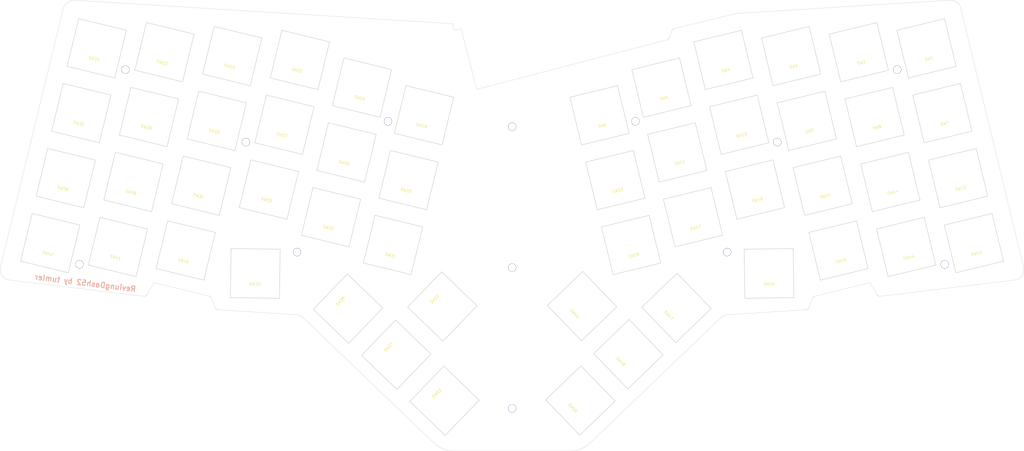
<source format=kicad_pcb>
(kicad_pcb (version 20221018) (generator pcbnew)
  (title_block (title "REVIUNGDASH") (date "2023-02-03") (rev "0.1"))
  (layers (0 "F.Cu" signal) (31 "B.Cu" signal) (34 "B.Paste" user) (35 "F.Paste" user) (36 "B.SilkS" user "B.Silkscreen") (37 "F.SilkS" user "F.Silkscreen") (38 "B.Mask" user) (39 "F.Mask" user) (44 "Edge.Cuts" user))
  (net 0 "")
  (footprint "Keyboard_Switch:MXOnly-1U-Hotswap-Cutout" (layer "B.Cu") (at 314.692776 65.027 -166.34)
    (fp_text reference "SW1")
    (fp_text value "SW_PUSH")
    (fp_text user "${REFERENCE}" (at 0 -3.048 13.66) (layer "F.SilkS") (effects (font (size 0.8 0.8))))
    (fp_line (start -7 -7) (end 7 -7) (stroke (width 0.15)) (layer "Edge.Cuts"))
    (fp_line (start -7 7) (end -7 -7) (stroke (width 0.15)) (layer "Edge.Cuts"))
    (fp_line (start 7 -7) (end 7 7) (stroke (width 0.15)) (layer "Edge.Cuts"))
    (fp_line (start 7 7) (end -7 7) (stroke (width 0.15)) (layer "Edge.Cuts"))
  )
  (footprint "Keyboard_Switch:MXOnly-1U-Hotswap-Cutout" (layer "B.Cu") (at 295.369776 66.134 -166.34)
    (fp_text reference "SW2")
    (fp_text value "SW_PUSH")
    (fp_text user "${REFERENCE}" (at 0 -3.048 13.66) (layer "F.SilkS") (effects (font (size 0.8 0.8))))
    (fp_line (start -7 -7) (end 7 -7) (stroke (width 0.15)) (layer "Edge.Cuts"))
    (fp_line (start -7 7) (end -7 -7) (stroke (width 0.15)) (layer "Edge.Cuts"))
    (fp_line (start 7 -7) (end 7 7) (stroke (width 0.15)) (layer "Edge.Cuts"))
    (fp_line (start 7 7) (end -7 7) (stroke (width 0.15)) (layer "Edge.Cuts"))
  )
  (footprint "Keyboard_Switch:MXOnly-1U-Hotswap-Cutout" (layer "B.Cu") (at 276.049776 67.24 -166.34)
    (fp_text reference "SW3")
    (fp_text value "SW_PUSH")
    (fp_text user "${REFERENCE}" (at 0 -3.048 13.66) (layer "F.SilkS") (effects (font (size 0.8 0.8))))
    (fp_line (start -7 -7) (end 7 -7) (stroke (width 0.15)) (layer "Edge.Cuts"))
    (fp_line (start -7 7) (end -7 -7) (stroke (width 0.15)) (layer "Edge.Cuts"))
    (fp_line (start 7 -7) (end 7 7) (stroke (width 0.15)) (layer "Edge.Cuts"))
    (fp_line (start 7 7) (end -7 7) (stroke (width 0.15)) (layer "Edge.Cuts"))
  )
  (footprint "Keyboard_Switch:MXOnly-1U-Hotswap-Cutout" (layer "B.Cu") (at 256.732776 68.342 -166.34)
    (fp_text reference "SW4")
    (fp_text value "SW_PUSH")
    (fp_text user "${REFERENCE}" (at 0 -3.048 13.66) (layer "F.SilkS") (effects (font (size 0.8 0.8))))
    (fp_line (start -7 -7) (end 7 -7) (stroke (width 0.15)) (layer "Edge.Cuts"))
    (fp_line (start -7 7) (end -7 -7) (stroke (width 0.15)) (layer "Edge.Cuts"))
    (fp_line (start 7 -7) (end 7 7) (stroke (width 0.15)) (layer "Edge.Cuts"))
    (fp_line (start 7 7) (end -7 7) (stroke (width 0.15)) (layer "Edge.Cuts"))
  )
  (footprint "Keyboard_Switch:MXOnly-1U-Hotswap-Cutout" (layer "B.Cu") (at 239.062776 76.243 -166.34)
    (fp_text reference "SW5")
    (fp_text value "SW_PUSH")
    (fp_text user "${REFERENCE}" (at 0 -3.048 13.66) (layer "F.SilkS") (effects (font (size 0.8 0.8))))
    (fp_line (start -7 -7) (end 7 -7) (stroke (width 0.15)) (layer "Edge.Cuts"))
    (fp_line (start -7 7) (end -7 -7) (stroke (width 0.15)) (layer "Edge.Cuts"))
    (fp_line (start 7 -7) (end 7 7) (stroke (width 0.15)) (layer "Edge.Cuts"))
    (fp_line (start 7 7) (end -7 7) (stroke (width 0.15)) (layer "Edge.Cuts"))
  )
  (footprint "Keyboard_Switch:MXOnly-1U-Hotswap-Cutout" (layer "B.Cu") (at 221.397776 84.137 -166.34)
    (fp_text reference "SW6")
    (fp_text value "SW_PUSH")
    (fp_text user "${REFERENCE}" (at 0 -3.048 13.66) (layer "F.SilkS") (effects (font (size 0.8 0.8))))
    (fp_line (start -7 -7) (end 7 -7) (stroke (width 0.15)) (layer "Edge.Cuts"))
    (fp_line (start -7 7) (end -7 -7) (stroke (width 0.15)) (layer "Edge.Cuts"))
    (fp_line (start 7 -7) (end 7 7) (stroke (width 0.15)) (layer "Edge.Cuts"))
    (fp_line (start 7 7) (end -7 7) (stroke (width 0.15)) (layer "Edge.Cuts"))
  )
  (footprint "Keyboard_Switch:MXOnly-1U-Hotswap-Cutout" (layer "B.Cu") (at 319.194776 83.521 -166.34)
    (fp_text reference "SW7")
    (fp_text value "SW_PUSH")
    (fp_text user "${REFERENCE}" (at 0 -3.048 13.66) (layer "F.SilkS") (effects (font (size 0.8 0.8))))
    (fp_line (start -7 -7) (end 7 -7) (stroke (width 0.15)) (layer "Edge.Cuts"))
    (fp_line (start -7 7) (end -7 -7) (stroke (width 0.15)) (layer "Edge.Cuts"))
    (fp_line (start 7 -7) (end 7 7) (stroke (width 0.15)) (layer "Edge.Cuts"))
    (fp_line (start 7 7) (end -7 7) (stroke (width 0.15)) (layer "Edge.Cuts"))
  )
  (footprint "Keyboard_Switch:MXOnly-1U-Hotswap-Cutout" (layer "B.Cu") (at 299.876776 84.627 -166.34)
    (fp_text reference "SW8")
    (fp_text value "SW_PUSH")
    (fp_text user "${REFERENCE}" (at 0 -3.048 13.66) (layer "F.SilkS") (effects (font (size 0.8 0.8))))
    (fp_line (start -7 -7) (end 7 -7) (stroke (width 0.15)) (layer "Edge.Cuts"))
    (fp_line (start -7 7) (end -7 -7) (stroke (width 0.15)) (layer "Edge.Cuts"))
    (fp_line (start 7 -7) (end 7 7) (stroke (width 0.15)) (layer "Edge.Cuts"))
    (fp_line (start 7 7) (end -7 7) (stroke (width 0.15)) (layer "Edge.Cuts"))
  )
  (footprint "Keyboard_Switch:MXOnly-1U-Hotswap-Cutout" (layer "B.Cu") (at 280.535776 85.734 -166.34)
    (fp_text reference "SW9")
    (fp_text value "SW_PUSH")
    (fp_text user "${REFERENCE}" (at 0 -3.048 13.66) (layer "F.SilkS") (effects (font (size 0.8 0.8))))
    (fp_line (start -7 -7) (end 7 -7) (stroke (width 0.15)) (layer "Edge.Cuts"))
    (fp_line (start -7 7) (end -7 -7) (stroke (width 0.15)) (layer "Edge.Cuts"))
    (fp_line (start 7 -7) (end 7 7) (stroke (width 0.15)) (layer "Edge.Cuts"))
    (fp_line (start 7 7) (end -7 7) (stroke (width 0.15)) (layer "Edge.Cuts"))
  )
  (footprint "Keyboard_Switch:MXOnly-1U-Hotswap-Cutout" (layer "B.Cu") (at 261.236776 86.835 -166.34)
    (fp_text reference "SW10")
    (fp_text value "SW_PUSH")
    (fp_text user "${REFERENCE}" (at 0 -3.048 13.66) (layer "F.SilkS") (effects (font (size 0.8 0.8))))
    (fp_line (start -7 -7) (end 7 -7) (stroke (width 0.15)) (layer "Edge.Cuts"))
    (fp_line (start -7 7) (end -7 -7) (stroke (width 0.15)) (layer "Edge.Cuts"))
    (fp_line (start 7 -7) (end 7 7) (stroke (width 0.15)) (layer "Edge.Cuts"))
    (fp_line (start 7 7) (end -7 7) (stroke (width 0.15)) (layer "Edge.Cuts"))
  )
  (footprint "Keyboard_Switch:MXOnly-1U-Hotswap-Cutout" (layer "B.Cu") (at 243.565776 94.737 -166.34)
    (fp_text reference "SW11")
    (fp_text value "SW_PUSH")
    (fp_text user "${REFERENCE}" (at 0 -3.048 13.66) (layer "F.SilkS") (effects (font (size 0.8 0.8))))
    (fp_line (start -7 -7) (end 7 -7) (stroke (width 0.15)) (layer "Edge.Cuts"))
    (fp_line (start -7 7) (end -7 -7) (stroke (width 0.15)) (layer "Edge.Cuts"))
    (fp_line (start 7 -7) (end 7 7) (stroke (width 0.15)) (layer "Edge.Cuts"))
    (fp_line (start 7 7) (end -7 7) (stroke (width 0.15)) (layer "Edge.Cuts"))
  )
  (footprint "Keyboard_Switch:MXOnly-1U-Hotswap-Cutout" (layer "B.Cu") (at 225.898776 102.638 -166.34)
    (fp_text reference "SW12")
    (fp_text value "SW_PUSH")
    (fp_text user "${REFERENCE}" (at 0 -3.048 13.66) (layer "F.SilkS") (effects (font (size 0.8 0.8))))
    (fp_line (start -7 -7) (end 7 -7) (stroke (width 0.15)) (layer "Edge.Cuts"))
    (fp_line (start -7 7) (end -7 -7) (stroke (width 0.15)) (layer "Edge.Cuts"))
    (fp_line (start 7 -7) (end 7 7) (stroke (width 0.15)) (layer "Edge.Cuts"))
    (fp_line (start 7 7) (end -7 7) (stroke (width 0.15)) (layer "Edge.Cuts"))
  )
  (footprint "Keyboard_Switch:MXOnly-1U-Hotswap-Cutout" (layer "B.Cu") (at 323.701776 102.067 -166.34)
    (fp_text reference "SW13")
    (fp_text value "SW_PUSH")
    (fp_text user "${REFERENCE}" (at 0 -3.048 13.66) (layer "F.SilkS") (effects (font (size 0.8 0.8))))
    (fp_line (start -7 -7) (end 7 -7) (stroke (width 0.15)) (layer "Edge.Cuts"))
    (fp_line (start -7 7) (end -7 -7) (stroke (width 0.15)) (layer "Edge.Cuts"))
    (fp_line (start 7 -7) (end 7 7) (stroke (width 0.15)) (layer "Edge.Cuts"))
    (fp_line (start 7 7) (end -7 7) (stroke (width 0.15)) (layer "Edge.Cuts"))
  )
  (footprint "Keyboard_Switch:MXOnly-1U-Hotswap-Cutout" (layer "B.Cu") (at 304.383776 103.173 -166.34)
    (fp_text reference "SW14")
    (fp_text value "SW_PUSH")
    (fp_text user "${REFERENCE}" (at 0 -3.048 13.66) (layer "F.SilkS") (effects (font (size 0.8 0.8))))
    (fp_line (start -7 -7) (end 7 -7) (stroke (width 0.15)) (layer "Edge.Cuts"))
    (fp_line (start -7 7) (end -7 -7) (stroke (width 0.15)) (layer "Edge.Cuts"))
    (fp_line (start 7 -7) (end 7 7) (stroke (width 0.15)) (layer "Edge.Cuts"))
    (fp_line (start 7 7) (end -7 7) (stroke (width 0.15)) (layer "Edge.Cuts"))
  )
  (footprint "Keyboard_Switch:MXOnly-1U-Hotswap-Cutout" (layer "B.Cu") (at 285.054776 104.225 -166.34)
    (fp_text reference "SW15")
    (fp_text value "SW_PUSH")
    (fp_text user "${REFERENCE}" (at 0 -3.048 13.66) (layer "F.SilkS") (effects (font (size 0.8 0.8))))
    (fp_line (start -7 -7) (end 7 -7) (stroke (width 0.15)) (layer "Edge.Cuts"))
    (fp_line (start -7 7) (end -7 -7) (stroke (width 0.15)) (layer "Edge.Cuts"))
    (fp_line (start 7 -7) (end 7 7) (stroke (width 0.15)) (layer "Edge.Cuts"))
    (fp_line (start 7 7) (end -7 7) (stroke (width 0.15)) (layer "Edge.Cuts"))
  )
  (footprint "Keyboard_Switch:MXOnly-1U-Hotswap-Cutout" (layer "B.Cu") (at 265.740776 105.329 -166.34)
    (fp_text reference "SW16")
    (fp_text value "SW_PUSH")
    (fp_text user "${REFERENCE}" (at 0 -3.048 13.66) (layer "F.SilkS") (effects (font (size 0.8 0.8))))
    (fp_line (start -7 -7) (end 7 -7) (stroke (width 0.15)) (layer "Edge.Cuts"))
    (fp_line (start -7 7) (end -7 -7) (stroke (width 0.15)) (layer "Edge.Cuts"))
    (fp_line (start 7 -7) (end 7 7) (stroke (width 0.15)) (layer "Edge.Cuts"))
    (fp_line (start 7 7) (end -7 7) (stroke (width 0.15)) (layer "Edge.Cuts"))
  )
  (footprint "Keyboard_Switch:MXOnly-1U-Hotswap-Cutout" (layer "B.Cu") (at 248.065776 113.231 -166.34)
    (fp_text reference "SW17")
    (fp_text value "SW_PUSH")
    (fp_text user "${REFERENCE}" (at 0 -3.048 13.66) (layer "F.SilkS") (effects (font (size 0.8 0.8))))
    (fp_line (start -7 -7) (end 7 -7) (stroke (width 0.15)) (layer "Edge.Cuts"))
    (fp_line (start -7 7) (end -7 -7) (stroke (width 0.15)) (layer "Edge.Cuts"))
    (fp_line (start 7 -7) (end 7 7) (stroke (width 0.15)) (layer "Edge.Cuts"))
    (fp_line (start 7 7) (end -7 7) (stroke (width 0.15)) (layer "Edge.Cuts"))
  )
  (footprint "Keyboard_Switch:MXOnly-1U-Hotswap-Cutout" (layer "B.Cu") (at 230.401776 121.133 -166.34)
    (fp_text reference "SW18")
    (fp_text value "SW_PUSH")
    (fp_text user "${REFERENCE}" (at 0 -3.048 13.66) (layer "F.SilkS") (effects (font (size 0.8 0.8))))
    (fp_line (start -7 -7) (end 7 -7) (stroke (width 0.15)) (layer "Edge.Cuts"))
    (fp_line (start -7 7) (end -7 -7) (stroke (width 0.15)) (layer "Edge.Cuts"))
    (fp_line (start 7 -7) (end 7 7) (stroke (width 0.15)) (layer "Edge.Cuts"))
    (fp_line (start 7 7) (end -7 7) (stroke (width 0.15)) (layer "Edge.Cuts"))
  )
  (footprint "Keyboard_Switch:MXOnly-1U-Hotswap-Cutout" (layer "B.Cu") (at 171.311776 84.137 166.34)
    (fp_text reference "SW19")
    (fp_text value "SW_PUSH")
    (fp_text user "${REFERENCE}" (at 0 -3.048 166.34) (layer "F.SilkS") (effects (font (size 0.8 0.8))))
    (fp_line (start -7 -7) (end 7 -7) (stroke (width 0.15)) (layer "Edge.Cuts"))
    (fp_line (start -7 7) (end -7 -7) (stroke (width 0.15)) (layer "Edge.Cuts"))
    (fp_line (start 7 -7) (end 7 7) (stroke (width 0.15)) (layer "Edge.Cuts"))
    (fp_line (start 7 7) (end -7 7) (stroke (width 0.15)) (layer "Edge.Cuts"))
  )
  (footprint "Keyboard_Switch:MXOnly-1U-Hotswap-Cutout" (layer "B.Cu") (at 153.612776 76.243 166.34)
    (fp_text reference "SW20")
    (fp_text value "SW_PUSH")
    (fp_text user "${REFERENCE}" (at 0 -3.048 166.34) (layer "F.SilkS") (effects (font (size 0.8 0.8))))
    (fp_line (start -7 -7) (end 7 -7) (stroke (width 0.15)) (layer "Edge.Cuts"))
    (fp_line (start -7 7) (end -7 -7) (stroke (width 0.15)) (layer "Edge.Cuts"))
    (fp_line (start 7 -7) (end 7 7) (stroke (width 0.15)) (layer "Edge.Cuts"))
    (fp_line (start 7 7) (end -7 7) (stroke (width 0.15)) (layer "Edge.Cuts"))
  )
  (footprint "Keyboard_Switch:MXOnly-1U-Hotswap-Cutout" (layer "B.Cu") (at 135.905776 68.342 166.34)
    (fp_text reference "SW21")
    (fp_text value "SW_PUSH")
    (fp_text user "${REFERENCE}" (at 0 -3.048 166.34) (layer "F.SilkS") (effects (font (size 0.8 0.8))))
    (fp_line (start -7 -7) (end 7 -7) (stroke (width 0.15)) (layer "Edge.Cuts"))
    (fp_line (start -7 7) (end -7 -7) (stroke (width 0.15)) (layer "Edge.Cuts"))
    (fp_line (start 7 -7) (end 7 7) (stroke (width 0.15)) (layer "Edge.Cuts"))
    (fp_line (start 7 7) (end -7 7) (stroke (width 0.15)) (layer "Edge.Cuts"))
  )
  (footprint "Keyboard_Switch:MXOnly-1U-Hotswap-Cutout" (layer "B.Cu") (at 116.584776 67.24 166.34)
    (fp_text reference "SW22")
    (fp_text value "SW_PUSH")
    (fp_text user "${REFERENCE}" (at 0 -3.048 166.34) (layer "F.SilkS") (effects (font (size 0.8 0.8))))
    (fp_line (start -7 -7) (end 7 -7) (stroke (width 0.15)) (layer "Edge.Cuts"))
    (fp_line (start -7 7) (end -7 -7) (stroke (width 0.15)) (layer "Edge.Cuts"))
    (fp_line (start 7 -7) (end 7 7) (stroke (width 0.15)) (layer "Edge.Cuts"))
    (fp_line (start 7 7) (end -7 7) (stroke (width 0.15)) (layer "Edge.Cuts"))
  )
  (footprint "Keyboard_Switch:MXOnly-1U-Hotswap-Cutout" (layer "B.Cu") (at 97.259776 66.134 166.34)
    (fp_text reference "SW23")
    (fp_text value "SW_PUSH")
    (fp_text user "${REFERENCE}" (at 0 -3.048 166.34) (layer "F.SilkS") (effects (font (size 0.8 0.8))))
    (fp_line (start -7 -7) (end 7 -7) (stroke (width 0.15)) (layer "Edge.Cuts"))
    (fp_line (start -7 7) (end -7 -7) (stroke (width 0.15)) (layer "Edge.Cuts"))
    (fp_line (start 7 -7) (end 7 7) (stroke (width 0.15)) (layer "Edge.Cuts"))
    (fp_line (start 7 7) (end -7 7) (stroke (width 0.15)) (layer "Edge.Cuts"))
  )
  (footprint "Keyboard_Switch:MXOnly-1U-Hotswap-Cutout" (layer "B.Cu") (at 77.929776 65.027 166.34)
    (fp_text reference "SW24")
    (fp_text value "SW_PUSH")
    (fp_text user "${REFERENCE}" (at 0 -3.048 166.34) (layer "F.SilkS") (effects (font (size 0.8 0.8))))
    (fp_line (start -7 -7) (end 7 -7) (stroke (width 0.15)) (layer "Edge.Cuts"))
    (fp_line (start -7 7) (end -7 -7) (stroke (width 0.15)) (layer "Edge.Cuts"))
    (fp_line (start 7 -7) (end 7 7) (stroke (width 0.15)) (layer "Edge.Cuts"))
    (fp_line (start 7 7) (end -7 7) (stroke (width 0.15)) (layer "Edge.Cuts"))
  )
  (footprint "Keyboard_Switch:MXOnly-1U-Hotswap-Cutout" (layer "B.Cu") (at 166.893776 102.638 166.34)
    (fp_text reference "SW25")
    (fp_text value "SW_PUSH")
    (fp_text user "${REFERENCE}" (at 0 -3.048 166.34) (layer "F.SilkS") (effects (font (size 0.8 0.8))))
    (fp_line (start -7 -7) (end 7 -7) (stroke (width 0.15)) (layer "Edge.Cuts"))
    (fp_line (start -7 7) (end -7 -7) (stroke (width 0.15)) (layer "Edge.Cuts"))
    (fp_line (start 7 -7) (end 7 7) (stroke (width 0.15)) (layer "Edge.Cuts"))
    (fp_line (start 7 7) (end -7 7) (stroke (width 0.15)) (layer "Edge.Cuts"))
  )
  (footprint "Keyboard_Switch:MXOnly-1U-Hotswap-Cutout" (layer "B.Cu") (at 149.191776 94.737 166.34)
    (fp_text reference "SW26")
    (fp_text value "SW_PUSH")
    (fp_text user "${REFERENCE}" (at 0 -3.048 166.34) (layer "F.SilkS") (effects (font (size 0.8 0.8))))
    (fp_line (start -7 -7) (end 7 -7) (stroke (width 0.15)) (layer "Edge.Cuts"))
    (fp_line (start -7 7) (end -7 -7) (stroke (width 0.15)) (layer "Edge.Cuts"))
    (fp_line (start 7 -7) (end 7 7) (stroke (width 0.15)) (layer "Edge.Cuts"))
    (fp_line (start 7 7) (end -7 7) (stroke (width 0.15)) (layer "Edge.Cuts"))
  )
  (footprint "Keyboard_Switch:MXOnly-1U-Hotswap-Cutout" (layer "B.Cu") (at 131.485776 86.835 166.34)
    (fp_text reference "SW27")
    (fp_text value "SW_PUSH")
    (fp_text user "${REFERENCE}" (at 0 -3.048 166.34) (layer "F.SilkS") (effects (font (size 0.8 0.8))))
    (fp_line (start -7 -7) (end 7 -7) (stroke (width 0.15)) (layer "Edge.Cuts"))
    (fp_line (start -7 7) (end -7 -7) (stroke (width 0.15)) (layer "Edge.Cuts"))
    (fp_line (start 7 -7) (end 7 7) (stroke (width 0.15)) (layer "Edge.Cuts"))
    (fp_line (start 7 7) (end -7 7) (stroke (width 0.15)) (layer "Edge.Cuts"))
  )
  (footprint "Keyboard_Switch:MXOnly-1U-Hotswap-Cutout" (layer "B.Cu") (at 112.181776 85.734 166.34)
    (fp_text reference "SW28")
    (fp_text value "SW_PUSH")
    (fp_text user "${REFERENCE}" (at 0 -3.048 166.34) (layer "F.SilkS") (effects (font (size 0.8 0.8))))
    (fp_line (start -7 -7) (end 7 -7) (stroke (width 0.15)) (layer "Edge.Cuts"))
    (fp_line (start -7 7) (end -7 -7) (stroke (width 0.15)) (layer "Edge.Cuts"))
    (fp_line (start 7 -7) (end 7 7) (stroke (width 0.15)) (layer "Edge.Cuts"))
    (fp_line (start 7 7) (end -7 7) (stroke (width 0.15)) (layer "Edge.Cuts"))
  )
  (footprint "Keyboard_Switch:MXOnly-1U-Hotswap-Cutout" (layer "B.Cu") (at 92.835776 84.627 166.34)
    (fp_text reference "SW29")
    (fp_text value "SW_PUSH")
    (fp_text user "${REFERENCE}" (at 0 -3.048 166.34) (layer "F.SilkS") (effects (font (size 0.8 0.8))))
    (fp_line (start -7 -7) (end 7 -7) (stroke (width 0.15)) (layer "Edge.Cuts"))
    (fp_line (start -7 7) (end -7 -7) (stroke (width 0.15)) (layer "Edge.Cuts"))
    (fp_line (start 7 -7) (end 7 7) (stroke (width 0.15)) (layer "Edge.Cuts"))
    (fp_line (start 7 7) (end -7 7) (stroke (width 0.15)) (layer "Edge.Cuts"))
  )
  (footprint "Keyboard_Switch:MXOnly-1U-Hotswap-Cutout" (layer "B.Cu") (at 73.513776 83.521 166.34)
    (fp_text reference "SW30")
    (fp_text value "SW_PUSH")
    (fp_text user "${REFERENCE}" (at 0 -3.048 166.34) (layer "F.SilkS") (effects (font (size 0.8 0.8))))
    (fp_line (start -7 -7) (end 7 -7) (stroke (width 0.15)) (layer "Edge.Cuts"))
    (fp_line (start -7 7) (end -7 -7) (stroke (width 0.15)) (layer "Edge.Cuts"))
    (fp_line (start 7 -7) (end 7 7) (stroke (width 0.15)) (layer "Edge.Cuts"))
    (fp_line (start 7 7) (end -7 7) (stroke (width 0.15)) (layer "Edge.Cuts"))
  )
  (footprint "Keyboard_Switch:MXOnly-1U-Hotswap-Cutout" (layer "B.Cu") (at 162.473776 121.133 166.34)
    (fp_text reference "SW31")
    (fp_text value "SW_PUSH")
    (fp_text user "${REFERENCE}" (at 0 -3.048 166.34) (layer "F.SilkS") (effects (font (size 0.8 0.8))))
    (fp_line (start -7 -7) (end 7 -7) (stroke (width 0.15)) (layer "Edge.Cuts"))
    (fp_line (start -7 7) (end -7 -7) (stroke (width 0.15)) (layer "Edge.Cuts"))
    (fp_line (start 7 -7) (end 7 7) (stroke (width 0.15)) (layer "Edge.Cuts"))
    (fp_line (start 7 7) (end -7 7) (stroke (width 0.15)) (layer "Edge.Cuts"))
  )
  (footprint "Keyboard_Switch:MXOnly-1U-Hotswap-Cutout" (layer "B.Cu") (at 144.773776 113.231 166.34)
    (fp_text reference "SW32")
    (fp_text value "SW_PUSH")
    (fp_text user "${REFERENCE}" (at 0 -3.048 166.34) (layer "F.SilkS") (effects (font (size 0.8 0.8))))
    (fp_line (start -7 -7) (end 7 -7) (stroke (width 0.15)) (layer "Edge.Cuts"))
    (fp_line (start -7 7) (end -7 -7) (stroke (width 0.15)) (layer "Edge.Cuts"))
    (fp_line (start 7 -7) (end 7 7) (stroke (width 0.15)) (layer "Edge.Cuts"))
    (fp_line (start 7 7) (end -7 7) (stroke (width 0.15)) (layer "Edge.Cuts"))
  )
  (footprint "Keyboard_Switch:MXOnly-1U-Hotswap-Cutout" (layer "B.Cu") (at 127.064776 105.329 166.34)
    (fp_text reference "SW33")
    (fp_text value "SW_PUSH")
    (fp_text user "${REFERENCE}" (at 0 -3.048 166.34) (layer "F.SilkS") (effects (font (size 0.8 0.8))))
    (fp_line (start -7 -7) (end 7 -7) (stroke (width 0.15)) (layer "Edge.Cuts"))
    (fp_line (start -7 7) (end -7 -7) (stroke (width 0.15)) (layer "Edge.Cuts"))
    (fp_line (start 7 -7) (end 7 7) (stroke (width 0.15)) (layer "Edge.Cuts"))
    (fp_line (start 7 7) (end -7 7) (stroke (width 0.15)) (layer "Edge.Cuts"))
  )
  (footprint "Keyboard_Switch:MXOnly-1U-Hotswap-Cutout" (layer "B.Cu") (at 107.744776 104.225 166.34)
    (fp_text reference "SW34")
    (fp_text value "SW_PUSH")
    (fp_text user "${REFERENCE}" (at 0 -3.048 166.34) (layer "F.SilkS") (effects (font (size 0.8 0.8))))
    (fp_line (start -7 -7) (end 7 -7) (stroke (width 0.15)) (layer "Edge.Cuts"))
    (fp_line (start -7 7) (end -7 -7) (stroke (width 0.15)) (layer "Edge.Cuts"))
    (fp_line (start 7 -7) (end 7 7) (stroke (width 0.15)) (layer "Edge.Cuts"))
    (fp_line (start 7 7) (end -7 7) (stroke (width 0.15)) (layer "Edge.Cuts"))
  )
  (footprint "Keyboard_Switch:MXOnly-1U-Hotswap-Cutout" (layer "B.Cu") (at 88.412776 103.173 166.34)
    (fp_text reference "SW35")
    (fp_text value "SW_PUSH")
    (fp_text user "${REFERENCE}" (at 0 -3.048 166.34) (layer "F.SilkS") (effects (font (size 0.8 0.8))))
    (fp_line (start -7 -7) (end 7 -7) (stroke (width 0.15)) (layer "Edge.Cuts"))
    (fp_line (start -7 7) (end -7 -7) (stroke (width 0.15)) (layer "Edge.Cuts"))
    (fp_line (start 7 -7) (end 7 7) (stroke (width 0.15)) (layer "Edge.Cuts"))
    (fp_line (start 7 7) (end -7 7) (stroke (width 0.15)) (layer "Edge.Cuts"))
  )
  (footprint "Keyboard_Switch:MXOnly-1U-Hotswap-Cutout" (layer "B.Cu") (at 69.089776 102.067 166.34)
    (fp_text reference "SW36")
    (fp_text value "SW_PUSH")
    (fp_text user "${REFERENCE}" (at 0 -3.048 166.34) (layer "F.SilkS") (effects (font (size 0.8 0.8))))
    (fp_line (start -7 -7) (end 7 -7) (stroke (width 0.15)) (layer "Edge.Cuts"))
    (fp_line (start -7 7) (end -7 -7) (stroke (width 0.15)) (layer "Edge.Cuts"))
    (fp_line (start 7 -7) (end 7 7) (stroke (width 0.15)) (layer "Edge.Cuts"))
    (fp_line (start 7 7) (end -7 7) (stroke (width 0.15)) (layer "Edge.Cuts"))
  )
  (footprint "Keyboard_Switch:MXOnly-1U-Hotswap-Cutout" (layer "B.Cu") (at 149.624776 139.313 46.06)
    (fp_text reference "SW38")
    (fp_text value "SW_PUSH")
    (fp_text user "${REFERENCE}" (at 0 -3.048001 46.06) (layer "F.SilkS") (effects (font (size 0.8 0.8))))
    (fp_line (start -7 -7) (end 7 -7) (stroke (width 0.15)) (layer "Edge.Cuts"))
    (fp_line (start -7 7) (end -7 -7) (stroke (width 0.15)) (layer "Edge.Cuts"))
    (fp_line (start 7 -7) (end 7 7) (stroke (width 0.15)) (layer "Edge.Cuts"))
    (fp_line (start 7 7) (end -7 7) (stroke (width 0.15)) (layer "Edge.Cuts"))
  )
  (footprint "Keyboard_Switch:MXOnly-1U-Hotswap-Cutout" (layer "B.Cu") (at 123.162776 129.258 179.22)
    (fp_text reference "SW39")
    (fp_text value "SW_PUSH")
    (fp_text user "${REFERENCE}" (at 0 -3.048 179.22) (layer "F.SilkS") (effects (font (size 0.8 0.8))))
    (fp_line (start -7 -7) (end 7 -7) (stroke (width 0.15)) (layer "Edge.Cuts"))
    (fp_line (start -7 7) (end -7 -7) (stroke (width 0.15)) (layer "Edge.Cuts"))
    (fp_line (start 7 -7) (end 7 7) (stroke (width 0.15)) (layer "Edge.Cuts"))
    (fp_line (start 7 7) (end -7 7) (stroke (width 0.15)) (layer "Edge.Cuts"))
  )
  (footprint "Keyboard_Switch:MountingHoleSmall" (layer "B.Cu") (at 306.334776 71.104 180)
    (fp_text reference "H1")
    (fp_text value "H1")
    (pad "" np_thru_hole circle (at 0 0 180) (size 2.3 2.3) (drill 2.2) (layers "F&B.Cu" "*.Mask"))
  )
  (footprint "Keyboard_Switch:MountingHoleSmall" (layer "B.Cu") (at 319.885776 126.658 180)
    (fp_text reference "H2")
    (fp_text value "H2")
    (pad "" np_thru_hole circle (at 0 0 180) (size 2.3 2.3) (drill 2.2) (layers "F&B.Cu" "*.Mask"))
  )
  (footprint "Keyboard_Switch:MountingHoleSmall" (layer "B.Cu") (at 272.120776 91.784 180)
    (fp_text reference "H3")
    (fp_text value "H3")
    (pad "" np_thru_hole circle (at 0 0 180) (size 2.3 2.3) (drill 2.2) (layers "F&B.Cu" "*.Mask"))
  )
  (footprint "Keyboard_Switch:MountingHoleSmall" (layer "B.Cu") (at 257.803776 123.191 180)
    (fp_text reference "H4")
    (fp_text value "H4")
    (pad "" np_thru_hole circle (at 0 0 180) (size 2.3 2.3) (drill 2.2) (layers "F&B.Cu" "*.Mask"))
  )
  (footprint "Keyboard_Switch:MountingHoleSmall" (layer "B.Cu") (at 196.454776 127.583 180)
    (fp_text reference "H6")
    (fp_text value "H6")
    (pad "" np_thru_hole circle (at 0 0 180) (size 2.3 2.3) (drill 2.2) (layers "F&B.Cu" "*.Mask"))
  )
  (footprint "Keyboard_Switch:MountingHoleSmall" (layer "B.Cu") (at 135.080776 123.191 180)
    (fp_text reference "H8")
    (fp_text value "H8")
    (pad "" np_thru_hole circle (at 0 0 180) (size 2.3 2.3) (drill 2.2) (layers "F&B.Cu" "*.Mask"))
  )
  (footprint "Keyboard_Switch:MountingHoleSmall" (layer "B.Cu") (at 120.484776 91.784 180)
    (fp_text reference "H9")
    (fp_text value "H9")
    (pad "" np_thru_hole circle (at 0 0 180) (size 2.3 2.3) (drill 2.2) (layers "F&B.Cu" "*.Mask"))
  )
  (footprint "Keyboard_Switch:MountingHoleSmall" (layer "B.Cu") (at 72.988776 126.658 180)
    (fp_text reference "H10")
    (fp_text value "H10")
    (pad "" np_thru_hole circle (at 0 0 180) (size 2.3 2.3) (drill 2.2) (layers "F&B.Cu" "*.Mask"))
  )
  (footprint "Keyboard_Switch:MountingHoleSmall" (layer "B.Cu") (at 86.118776 71.104 180)
    (fp_text reference "H11")
    (fp_text value "H11")
    (pad "" np_thru_hole circle (at 0 0 180) (size 2.3 2.3) (drill 2.2) (layers "F&B.Cu" "*.Mask"))
  )
  (footprint "Keyboard_Switch:MountingHoleSmall" (layer "B.Cu") (at 161.042776 85.85 180)
    (fp_text reference "H7")
    (fp_text value "H7")
    (pad "" np_thru_hole circle (at 0 0 180) (size 2.3 2.3) (drill 2.2) (layers "F&B.Cu" "*.Mask"))
  )
  (footprint "Keyboard_Switch:MountingHoleSmall" (layer "B.Cu") (at 231.644776 85.85 180)
    (fp_text reference "H5")
    (fp_text value "H5")
    (pad "" np_thru_hole circle (at 0 0 180) (size 2.3 2.3) (drill 2.2) (layers "F&B.Cu" "*.Mask"))
  )
  (footprint "Keyboard_Switch:MXOnly-1U-Hotswap-Cutout" (layer "B.Cu") (at 83.990776 121.72 166.34)
    (fp_text reference "SW41")
    (fp_text value "SW_PUSH")
    (fp_text user "${REFERENCE}" (at 0 -3.048 166.34) (layer "F.SilkS") (effects (font (size 0.8 0.8))))
    (fp_line (start -7 -7) (end 7 -7) (stroke (width 0.15)) (layer "Edge.Cuts"))
    (fp_line (start -7 7) (end -7 -7) (stroke (width 0.15)) (layer "Edge.Cuts"))
    (fp_line (start 7 -7) (end 7 7) (stroke (width 0.15)) (layer "Edge.Cuts"))
    (fp_line (start 7 7) (end -7 7) (stroke (width 0.15)) (layer "Edge.Cuts"))
  )
  (footprint "Keyboard_Switch:MXOnly-1U-Hotswap-Cutout" (layer "B.Cu") (at 289.555776 122.719 -166.34)
    (fp_text reference "SW45")
    (fp_text value "SW_PUSH")
    (fp_text user "${REFERENCE}" (at 0 -3.048 13.66) (layer "F.SilkS") (effects (font (size 0.8 0.8))))
    (fp_line (start -7 -7) (end 7 -7) (stroke (width 0.15)) (layer "Edge.Cuts"))
    (fp_line (start -7 7) (end -7 -7) (stroke (width 0.15)) (layer "Edge.Cuts"))
    (fp_line (start 7 -7) (end 7 7) (stroke (width 0.15)) (layer "Edge.Cuts"))
    (fp_line (start 7 7) (end -7 7) (stroke (width 0.15)) (layer "Edge.Cuts"))
  )
  (footprint "Keyboard_Switch:MXOnly-1U-Hotswap-Cutout" (layer "B.Cu") (at 215.919776 165.517 133.94)
    (fp_text reference "SW50")
    (fp_text value "SW_PUSH")
    (fp_text user "${REFERENCE}" (at 0 -3.048001 133.94) (layer "F.SilkS") (effects (font (size 0.8 0.8))))
    (fp_line (start -7 -7) (end 7 -7) (stroke (width 0.15)) (layer "Edge.Cuts"))
    (fp_line (start -7 7) (end -7 -7) (stroke (width 0.15)) (layer "Edge.Cuts"))
    (fp_line (start 7 -7) (end 7 7) (stroke (width 0.15)) (layer "Edge.Cuts"))
    (fp_line (start 7 7) (end -7 7) (stroke (width 0.15)) (layer "Edge.Cuts"))
  )
  (footprint "Keyboard_Switch:MountingHoleSmall" (layer "B.Cu") (at 196.454776 87.388 180)
    (fp_text reference "Hee")
    (fp_text value "H16")
    (pad "" np_thru_hole circle (at 0 0 180) (size 2.3 2.3) (drill 2.2) (layers "F&B.Cu" "*.Mask"))
  )
  (footprint "Keyboard_Switch:MXOnly-1U-Hotswap-Cutout" (layer "B.Cu") (at 163.387776 152.456 46.06)
    (fp_text reference "SW37")
    (fp_text value "SW_PUSH")
    (fp_text user "${REFERENCE}" (at 0 -3.048001 46.06) (layer "F.SilkS") (effects (font (size 0.8 0.8))))
    (fp_line (start -7 -7) (end 7 -7) (stroke (width 0.15)) (layer "Edge.Cuts"))
    (fp_line (start -7 7) (end -7 -7) (stroke (width 0.15)) (layer "Edge.Cuts"))
    (fp_line (start 7 -7) (end 7 7) (stroke (width 0.15)) (layer "Edge.Cuts"))
    (fp_line (start 7 7) (end -7 7) (stroke (width 0.15)) (layer "Edge.Cuts"))
  )
  (footprint "Keyboard_Switch:MXOnly-1U-Hotswap-Cutout" (layer "B.Cu") (at 328.211776 120.614 -166.34)
    (fp_text reference "SW43")
    (fp_text value "SW_PUSH")
    (fp_text user "${REFERENCE}" (at 0 -3.048 13.66) (layer "F.SilkS") (effects (font (size 0.8 0.8))))
    (fp_line (start -7 -7) (end 7 -7) (stroke (width 0.15)) (layer "Edge.Cuts"))
    (fp_line (start -7 7) (end -7 -7) (stroke (width 0.15)) (layer "Edge.Cuts"))
    (fp_line (start 7 -7) (end 7 7) (stroke (width 0.15)) (layer "Edge.Cuts"))
    (fp_line (start 7 7) (end -7 7) (stroke (width 0.15)) (layer "Edge.Cuts"))
  )
  (footprint "Keyboard_Switch:MXOnly-1U-Hotswap-Cutout" (layer "B.Cu") (at 308.888776 121.72 -166.34)
    (fp_text reference "SW44")
    (fp_text value "SW_PUSH")
    (fp_text user "${REFERENCE}" (at 0 -3.048 13.66) (layer "F.SilkS") (effects (font (size 0.8 0.8))))
    (fp_line (start -7 -7) (end 7 -7) (stroke (width 0.15)) (layer "Edge.Cuts"))
    (fp_line (start -7 7) (end -7 -7) (stroke (width 0.15)) (layer "Edge.Cuts"))
    (fp_line (start 7 -7) (end 7 7) (stroke (width 0.15)) (layer "Edge.Cuts"))
    (fp_line (start 7 7) (end -7 7) (stroke (width 0.15)) (layer "Edge.Cuts"))
  )
  (footprint "Keyboard_Switch:MountingHoleSmall" (layer "B.Cu") (at 196.454776 167.778 180)
    (fp_text reference "H15")
    (fp_text value "H6")
    (pad "" np_thru_hole circle (at 0 0 180) (size 2.3 2.3) (drill 2.2) (layers "F&B.Cu" "*.Mask"))
  )
  (footprint "Keyboard_Switch:MXOnly-1U-Hotswap-Cutout" (layer "B.Cu") (at 269.748776 129.258 -179.22)
    (fp_text reference "SW46")
    (fp_text value "SW_PUSH")
    (fp_text user "${REFERENCE}" (at 0 -3.048 0.78) (layer "F.SilkS") (effects (font (size 0.8 0.8))))
    (fp_line (start -7 -7) (end 7 -7) (stroke (width 0.15)) (layer "Edge.Cuts"))
    (fp_line (start -7 7) (end -7 -7) (stroke (width 0.15)) (layer "Edge.Cuts"))
    (fp_line (start 7 -7) (end 7 7) (stroke (width 0.15)) (layer "Edge.Cuts"))
    (fp_line (start 7 7) (end -7 7) (stroke (width 0.15)) (layer "Edge.Cuts"))
  )
  (footprint "Keyboard_Switch:MXOnly-1U-Hotswap-Cutout" (layer "B.Cu") (at 229.626776 152.308 133.94)
    (fp_text reference "SW48")
    (fp_text value "SW_PUSH")
    (fp_text user "${REFERENCE}" (at 0 -3.048001 133.94) (layer "F.SilkS") (effects (font (size 0.8 0.8))))
    (fp_line (start -7 -7) (end 7 -7) (stroke (width 0.15)) (layer "Edge.Cuts"))
    (fp_line (start -7 7) (end -7 -7) (stroke (width 0.15)) (layer "Edge.Cuts"))
    (fp_line (start 7 -7) (end 7 7) (stroke (width 0.15)) (layer "Edge.Cuts"))
    (fp_line (start 7 7) (end -7 7) (stroke (width 0.15)) (layer "Edge.Cuts"))
  )
  (footprint "Keyboard_Switch:MXOnly-1U-Hotswap-Cutout" (layer "B.Cu") (at 64.662776 120.614 166.34)
    (fp_text reference "SW42")
    (fp_text value "SW_PUSH")
    (fp_text user "${REFERENCE}" (at 0 -3.048 166.34) (layer "F.SilkS") (effects (font (size 0.8 0.8))))
    (fp_line (start -7 -7) (end 7 -7) (stroke (width 0.15)) (layer "Edge.Cuts"))
    (fp_line (start -7 7) (end -7 -7) (stroke (width 0.15)) (layer "Edge.Cuts"))
    (fp_line (start 7 -7) (end 7 7) (stroke (width 0.15)) (layer "Edge.Cuts"))
    (fp_line (start 7 7) (end -7 7) (stroke (width 0.15)) (layer "Edge.Cuts"))
  )
  (footprint "Keyboard_Switch:MXOnly-1U-Hotswap-Cutout" (layer "B.Cu") (at 103.327776 122.719 166.34)
    (fp_text reference "SW40")
    (fp_text value "SW_PUSH")
    (fp_text user "${REFERENCE}" (at 0 -3.048 166.34) (layer "F.SilkS") (effects (font (size 0.8 0.8))))
    (fp_line (start -7 -7) (end 7 -7) (stroke (width 0.15)) (layer "Edge.Cuts"))
    (fp_line (start -7 7) (end -7 -7) (stroke (width 0.15)) (layer "Edge.Cuts"))
    (fp_line (start 7 -7) (end 7 7) (stroke (width 0.15)) (layer "Edge.Cuts"))
    (fp_line (start 7 7) (end -7 7) (stroke (width 0.15)) (layer "Edge.Cuts"))
  )
  (footprint "Keyboard_Switch:MXOnly-1U-Hotswap-Cutout" (layer "B.Cu") (at 176.535776 138.69 46.06)
    (fp_text reference "SW51")
    (fp_text value "SW_PUSH")
    (fp_text user "${REFERENCE}" (at 0 -3.048001 46.06) (layer "F.SilkS") (effects (font (size 0.8 0.8))))
    (fp_line (start -7 -7) (end 7 -7) (stroke (width 0.15)) (layer "Edge.Cuts"))
    (fp_line (start -7 7) (end -7 -7) (stroke (width 0.15)) (layer "Edge.Cuts"))
    (fp_line (start 7 -7) (end 7 7) (stroke (width 0.15)) (layer "Edge.Cuts"))
    (fp_line (start 7 7) (end -7 7) (stroke (width 0.15)) (layer "Edge.Cuts"))
  )
  (footprint "Keyboard_Switch:MXOnly-1U-Hotswap-Cutout" (layer "B.Cu") (at 216.417776 138.6 133.94)
    (fp_text reference "SW49")
    (fp_text value "SW_PUSH")
    (fp_text user "${REFERENCE}" (at 0 -3.048001 133.94) (layer "F.SilkS") (effects (font (size 0.8 0.8))))
    (fp_line (start -7 -7) (end 7 -7) (stroke (width 0.15)) (layer "Edge.Cuts"))
    (fp_line (start -7 7) (end -7 -7) (stroke (width 0.15)) (layer "Edge.Cuts"))
    (fp_line (start 7 -7) (end 7 7) (stroke (width 0.15)) (layer "Edge.Cuts"))
    (fp_line (start 7 7) (end -7 7) (stroke (width 0.15)) (layer "Edge.Cuts"))
  )
  (footprint "Keyboard_Switch:MXOnly-1U-Hotswap-Cutout" (layer "B.Cu") (at 243.330776 139.103 133.94)
    (fp_text reference "SW47")
    (fp_text value "SW_PUSH")
    (fp_text user "${REFERENCE}" (at 0 -3.048001 133.94) (layer "F.SilkS") (effects (font (size 0.8 0.8))))
    (fp_line (start -7 -7) (end 7 -7) (stroke (width 0.15)) (layer "Edge.Cuts"))
    (fp_line (start -7 7) (end -7 -7) (stroke (width 0.15)) (layer "Edge.Cuts"))
    (fp_line (start 7 -7) (end 7 7) (stroke (width 0.15)) (layer "Edge.Cuts"))
    (fp_line (start 7 7) (end -7 7) (stroke (width 0.15)) (layer "Edge.Cuts"))
  )
  (footprint "Keyboard_Switch:MXOnly-1U-Hotswap-Cutout" (layer "B.Cu") (at 177.153776 165.603 46.06)
    (fp_text reference "SW52")
    (fp_text value "SW_PUSH")
    (fp_text user "${REFERENCE}" (at 0 -3.048001 46.06) (layer "F.SilkS") (effects (font (size 0.8 0.8))))
    (fp_line (start -7 -7) (end 7 -7) (stroke (width 0.15)) (layer "Edge.Cuts"))
    (fp_line (start -7 7) (end -7 -7) (stroke (width 0.15)) (layer "Edge.Cuts"))
    (fp_line (start 7 -7) (end 7 7) (stroke (width 0.15)) (layer "Edge.Cuts"))
    (fp_line (start 7 7) (end -7 7) (stroke (width 0.15)) (layer "Edge.Cuts"))
  )
  (gr_line (start 135.740263 141.266726) (end 135.548988 141.209514) (stroke (width 0.087312)) (layer "Edge.Cuts"))
  (gr_line (start 241.989132 60.032626) (end 241.989132 60.032626) (stroke (width 0.087312)) (layer "Edge.Cuts"))
  (gr_line (start 280.987347 139.239893) (end 280.952664 139.287069) (stroke (width 0.087312)) (layer "Edge.Cuts"))
  (gr_line (start 301.171487 135.736495) (end 301.135318 135.725846) (stroke (width 0.087312)) (layer "Edge.Cuts"))
  (gr_line (start 68.369786 53.659702) (end 68.369786 53.659702) (stroke (width 0.087312)) (layer "Edge.Cuts"))
  (gr_line (start 50.673709 129.504125) (end 50.613729 129.373183) (stroke (width 0.087312)) (layer "Edge.Cuts"))
  (gr_line (start 136.53402 141.648303) (end 136.392611 141.55834) (stroke (width 0.087312)) (layer "Edge.Cuts"))
  (gr_line (start 134.358372 141.003921) (end 134.064287 140.976981) (stroke (width 0.087312)) (layer "Edge.Cuts"))
  (gr_line (start 301.327293 135.770698) (end 301.286646 135.763434) (stroke (width 0.087312)) (layer "Edge.Cuts"))
  (gr_line (start 242.098271 59.81052) (end 242.133405 59.76021) (stroke (width 0.087312)) (layer "Edge.Cuts"))
  (gr_line (start 340.475246 131.019768) (end 340.329958 131.066683) (stroke (width 0.087312)) (layer "Edge.Cuts"))
  (gr_line (start 242.621638 59.405954) (end 242.681286 59.388141) (stroke (width 0.087312)) (layer "Edge.Cuts"))
  (gr_line (start 300.57715 135.283995) (end 300.550602 135.230663) (stroke (width 0.087312)) (layer "Edge.Cuts"))
  (gr_line (start 323.289247 51.846518) (end 323.392073 51.923348) (stroke (width 0.087312)) (layer "Edge.Cuts"))
  (gr_line (start 179.345834 58.007281) (end 179.361631 58.016133) (stroke (width 0.087312)) (layer "Edge.Cuts"))
  (gr_line (start 280.528539 139.604789) (end 280.470612 139.626385) (stroke (width 0.087312)) (layer "Edge.Cuts"))
  (gr_line (start 256.76156 141.399432) (end 256.604112 141.475474) (stroke (width 0.087312)) (layer "Edge.Cuts"))
  (gr_line (start 179.430571 58.073021) (end 179.442122 58.08667) (stroke (width 0.087312)) (layer "Edge.Cuts"))
  (gr_line (start 240.683061 62.620974) (end 240.741687 62.59965) (stroke (width 0.087312)) (layer "Edge.Cuts"))
  (gr_line (start 164.353749 57.063038) (end 179.312489 57.992389) (stroke (width 0.087312)) (layer "Edge.Cuts"))
  (gr_line (start 324.368271 53.271844) (end 324.41047 53.39847) (stroke (width 0.087312)) (layer "Edge.Cuts"))
  (gr_line (start 110.450947 135.845287) (end 110.450947 135.845287) (stroke (width 0.087312)) (layer "Edge.Cuts"))
  (gr_line (start 280.915254 139.332137) (end 280.875206 139.374996) (stroke (width 0.087312)) (layer "Edge.Cuts"))
  (gr_line (start 323.392073 51.923348) (end 323.491527 52.004478) (stroke (width 0.087312)) (layer "Edge.Cuts"))
  (gr_line (start 323.491527 52.004478) (end 323.587461 52.089795) (stroke (width 0.087312)) (layer "Edge.Cuts"))
  (gr_line (start 94.220616 131.887386) (end 94.220616 131.887386) (stroke (width 0.087312)) (layer "Edge.Cuts"))
  (gr_line (start 340.753964 130.905883) (end 340.616627 130.966093) (stroke (width 0.087312)) (layer "Edge.Cuts"))
  (gr_line (start 323.933051 52.470636) (end 324.009175 52.575168) (stroke (width 0.087312)) (layer "Edge.Cuts"))
  (gr_line (start 341.485248 130.420145) (end 341.375102 130.514784) (stroke (width 0.087312)) (layer "Edge.Cuts"))
  (gr_line (start 68.559764 53.171254) (end 68.681088 52.943163) (stroke (width 0.087312)) (layer "Edge.Cuts"))
  (gr_line (start 219.320568 68.135485) (end 186.361376 76.746) (stroke (width 0.087312)) (layer "Edge.Cuts"))
  (gr_line (start 301.066226 135.702123) (end 301.033277 135.689076) (stroke (width 0.087312)) (layer "Edge.Cuts"))
  (gr_line (start 324.148063 52.794616) (end 324.210533 52.909303) (stroke (width 0.087312)) (layer "Edge.Cuts"))
  (gr_line (start 280.952664 139.287069) (end 280.915254 139.332137) (stroke (width 0.087312)) (layer "Edge.Cuts"))
  (gr_line (start 92.297352 135.230679) (end 92.297352 135.230679) (stroke (width 0.087312)) (layer "Edge.Cuts"))
  (gr_line (start 240.906399 62.515751) (end 240.95716 62.481504) (stroke (width 0.087312)) (layer "Edge.Cuts"))
  (gr_line (start 50.377201 128.388193) (end 50.371269 128.240437) (stroke (width 0.087312)) (layer "Edge.Cuts"))
  (gr_line (start 242.681286 59.388141) (end 260.421002 55.079395) (stroke (width 0.087312)) (layer "Edge.Cuts"))
  (gr_line (start 341.690345 130.216265) (end 341.590375 130.320563) (stroke (width 0.087312)) (layer "Edge.Cuts"))
  (gr_line (start 281.116723 138.975887) (end 281.116723 138.975887) (stroke (width 0.087312)) (layer "Edge.Cuts"))
  (gr_line (start 69.513901 51.991337) (end 69.719201 51.843476) (stroke (width 0.087312)) (layer "Edge.Cuts"))
  (gr_line (start 300.65755 135.408305) (end 300.639815 135.384528) (stroke (width 0.087312)) (layer "Edge.Cuts"))
  (gr_line (start 342.470575 128.388238) (end 342.457402 128.534689) (stroke (width 0.087312)) (layer "Edge.Cuts"))
  (gr_line (start 324.009175 52.575168) (end 324.080895 52.683199) (stroke (width 0.087312)) (layer "Edge.Cuts"))
  (gr_line (start 257.298956 141.209514) (end 257.10768 141.266726) (stroke (width 0.087312)) (layer "Edge.Cuts"))
  (gr_line (start 324.478411 53.659702) (end 324.478411 53.659702) (stroke (width 0.087312)) (layer "Edge.Cuts"))
  (gr_line (start 241.270475 62.110033) (end 241.296148 62.053036) (stroke (width 0.087312)) (layer "Edge.Cuts"))
  (gr_line (start 342.17408 129.50418) (end 342.107973 129.631998) (stroke (width 0.087312)) (layer "Edge.Cuts"))
  (gr_line (start 280.740133 139.489327) (end 280.69043 139.522354) (stroke (width 0.087312)) (layer "Edge.Cuts"))
  (gr_line (start 218.546443 177.7896) (end 218.246907 178.030096) (stroke (width 0.087312)) (layer "Edge.Cuts"))
  (gr_line (start 135.343832 141.158031) (end 135.123495 141.112004) (stroke (width 0.087312)) (layer "Edge.Cuts"))
  (gr_line (start 91.435902 135.782604) (end 52.666966 131.106564) (stroke (width 0.087312)) (layer "Edge.Cuts"))
  (gr_line (start 50.560019 129.239344) (end 50.512717 129.102834) (stroke (width 0.087312)) (layer "Edge.Cuts"))
  (gr_line (start 257.961271 141.071159) (end 257.724449 141.112004) (stroke (width 0.087312)) (layer "Edge.Cuts"))
  (gr_line (start 341.785019 130.107479) (end 341.690345 130.216265) (stroke (width 0.087312)) (layer "Edge.Cuts"))
  (gr_line (start 301.412053 135.782574) (end 301.412053 135.782574) (stroke (width 0.087312)) (layer "Edge.Cuts"))
  (gr_line (start 219.320568 68.135485) (end 219.320568 68.135485) (stroke (width 0.087312)) (layer "Edge.Cuts"))
  (gr_line (start 179.459874 179.912357) (end 179.071631 179.869767) (stroke (width 0.087312)) (layer "Edge.Cuts"))
  (gr_line (start 50.398319 127.791604) (end 50.422747 127.640895) (stroke (width 0.087312)) (layer "Edge.Cuts"))
  (gr_line (start 91.936109 135.629317) (end 91.877432 135.660693) (stroke (width 0.087312)) (layer "Edge.Cuts"))
  (gr_line (start 300.940668 135.645359) (end 300.911834 135.629306) (stroke (width 0.087312)) (layer "Edge.Cuts"))
  (gr_line (start 323.85267 52.369719) (end 323.933051 52.470636) (stroke (width 0.087312)) (layer "Edge.Cuts"))
  (gr_line (start 321.845957 51.301676) (end 321.977752 51.31797) (stroke (width 0.087312)) (layer "Edge.Cuts"))
  (gr_line (start 240.622784 62.638797) (end 240.622784 62.638797) (stroke (width 0.087312)) (layer "Edge.Cuts"))
  (gr_line (start 51.831889 130.766719) (end 51.707518 130.688272) (stroke (width 0.087312)) (layer "Edge.Cuts"))
  (gr_line (start 300.550602 135.230663) (end 300.550602 135.230663) (stroke (width 0.087312)) (layer "Edge.Cuts"))
  (gr_line (start 92.241095 135.335334) (end 92.20813 135.384542) (stroke (width 0.087312)) (layer "Edge.Cuts"))
  (gr_line (start 174.301519 177.7896) (end 174.00832 177.534954) (stroke (width 0.087312)) (layer "Edge.Cuts"))
  (gr_line (start 324.210533 52.909303) (end 324.268155 53.027146) (stroke (width 0.087312)) (layer "Edge.Cuts"))
  (gr_line (start 242.066146 59.863041) (end 242.098271 59.81052) (stroke (width 0.087312)) (layer "Edge.Cuts"))
  (gr_line (start 213.388096 179.912357) (end 213.388096 179.912357) (stroke (width 0.087312)) (layer "Edge.Cuts"))
  (gr_line (start 256.178591 141.745637) (end 256.048019 141.850616) (stroke (width 0.087312)) (layer "Edge.Cuts"))
  (gr_line (start 282.397023 135.845287) (end 282.397023 135.845287) (stroke (width 0.087312)) (layer "Edge.Cuts"))
  (gr_line (start 342.392662 127.490048) (end 342.392662 127.490048) (stroke (width 0.087312)) (layer "Edge.Cuts"))
  (gr_line (start 176.531336 179.176041) (end 176.193782 179.020403) (stroke (width 0.087312)) (layer "Edge.Cuts"))
  (gr_line (start 179.376802 58.025876) (end 179.391314 58.036472) (stroke (width 0.087312)) (layer "Edge.Cuts"))
  (gr_line (start 321.442427 51.287983) (end 321.442427 51.287983) (stroke (width 0.087312)) (layer "Edge.Cuts"))
  (gr_line (start 50.410653 128.679559) (end 50.390375 128.534643) (stroke (width 0.087312)) (layer "Edge.Cuts"))
  (gr_line (start 215.26594 179.55814) (end 214.903042 179.65724) (stroke (width 0.087312)) (layer "Edge.Cuts"))
  (gr_line (start 242.133405 59.76021) (end 242.171419 59.712233) (stroke (width 0.087312)) (layer "Edge.Cuts"))
  (gr_line (start 50.889875 129.877296) (end 50.811921 129.756409) (stroke (width 0.087312)) (layer "Edge.Cuts"))
  (gr_line (start 179.329442 57.999354) (end 179.345834 58.007281) (stroke (width 0.087312)) (layer "Edge.Cuts"))
  (gr_line (start 323.587461 52.089795) (end 323.679728 52.179184) (stroke (width 0.087312)) (layer "Edge.Cuts"))
  (gr_line (start 178.314152 179.74221) (end 177.944917 179.65724) (stroke (width 0.087312)) (layer "Edge.Cuts"))
  (gr_line (start 179.462729 58.115952) (end 179.47172 58.131512) (stroke (width 0.087312)) (layer "Edge.Cuts"))
  (gr_line (start 342.449455 127.79164) (end 342.466085 127.941953) (stroke (width 0.087312)) (layer "Edge.Cuts"))
  (gr_line (start 281.116723 138.975887) (end 281.097017 139.032105) (stroke (width 0.087312)) (layer "Edge.Cuts"))
  (gr_line (start 68.818729 52.726737) (end 68.97176 52.522659) (stroke (width 0.087312)) (layer "Edge.Cuts"))
  (gr_line (start 322.729692 51.530885) (end 322.847168 51.584495) (stroke (width 0.087312)) (layer "Edge.Cuts"))
  (gr_line (start 52.37261 131.01972) (end 52.231223 130.966043) (stroke (width 0.087312)) (layer "Edge.Cuts"))
  (gr_line (start 218.839642 177.534954) (end 218.839642 177.534954) (stroke (width 0.087312)) (layer "Edge.Cuts"))
  (gr_line (start 134.886674 141.071159) (end 134.632067 141.035222) (stroke (width 0.087312)) (layer "Edge.Cuts"))
  (gr_line (start 134.064287 140.976981) (end 133.748509 140.954128) (stroke (width 0.087312)) (layer "Edge.Cuts"))
  (gr_line (start 179.47172 58.131512) (end 179.479792 58.147637) (stroke (width 0.087312)) (layer "Edge.Cuts"))
  (gr_line (start 301.247139 135.755303) (end 301.208757 135.746319) (stroke (width 0.087312)) (layer "Edge.Cuts"))
  (gr_line (start 174.00832 177.534954) (end 136.927052 141.963513) (stroke (width 0.087312)) (layer "Edge.Cuts"))
  (gr_line (start 341.375102 130.514784) (end 341.260077 130.604253) (stroke (width 0.087312)) (layer "Edge.Cuts"))
  (gr_line (start 281.048173 139.139616) (end 281.019213 139.190708) (stroke (width 0.087312)) (layer "Edge.Cuts"))
  (gr_line (start 51.257436 130.320507) (end 51.157462 130.216209) (stroke (width 0.087312)) (layer "Edge.Cuts"))
  (gr_line (start 111.773814 139.086715) (end 111.750938 139.032105) (stroke (width 0.087312)) (layer "Edge.Cuts"))
  (gr_line (start 50.371269 128.240437) (end 50.372719 128.091602) (stroke (width 0.087312)) (layer "Edge.Cuts"))
  (gr_line (start 241.209377 62.217634) (end 241.241509 62.164935) (stroke (width 0.087312)) (layer "Edge.Cuts"))
  (gr_line (start 280.470612 139.626385) (end 259.099438 140.954128) (stroke (width 0.087312)) (layer "Edge.Cuts"))
  (gr_line (start 241.136118 62.31599) (end 241.174204 62.268022) (stroke (width 0.087312)) (layer "Edge.Cuts"))
  (gr_line (start 342.392662 127.490048) (end 342.425027 127.640929) (stroke (width 0.087312)) (layer "Edge.Cuts"))
  (gr_line (start 256.455336 141.55834) (end 256.31393 141.648303) (stroke (width 0.087312)) (layer "Edge.Cuts"))
  (gr_line (start 69.139252 52.331611) (end 69.320275 52.154276) (stroke (width 0.087312)) (layer "Edge.Cuts"))
  (gr_line (start 241.989132 60.032626) (end 242.011447 59.974218) (stroke (width 0.087312)) (layer "Edge.Cuts"))
  (gr_line (start 51.587748 130.604199) (end 51.472718 130.514729) (stroke (width 0.087312)) (layer "Edge.Cuts"))
  (gr_line (start 214.903042 179.65724) (end 214.533808 179.74221) (stroke (width 0.087312)) (layer "Edge.Cuts"))
  (gr_line (start 176.193782 179.020403) (end 175.862563 178.850626) (stroke (width 0.087312)) (layer "Edge.Cuts"))
  (gr_line (start 177.582018 179.55814) (end 177.225454 179.444908) (stroke (width 0.087312)) (layer "Edge.Cuts"))
  (gr_line (start 324.447232 53.527794) (end 324.478411 53.659702) (stroke (width 0.087312)) (layer "Edge.Cuts"))
  (gr_line (start 50.973542 129.994376) (end 50.889875 129.877296) (stroke (width 0.087312)) (layer "Edge.Cuts"))
  (gr_line (start 322.487424 51.438743) (end 322.609728 51.482263) (stroke (width 0.087312)) (layer "Edge.Cuts"))
  (gr_line (start 174.00832 177.534954) (end 174.00832 177.534954) (stroke (width 0.087312)) (layer "Edge.Cuts"))
  (gr_line (start 280.69043 139.522354) (end 280.638537 139.552674) (stroke (width 0.087312)) (layer "Edge.Cuts"))
  (gr_line (start 340.887116 130.839367) (end 340.753964 130.905883) (stroke (width 0.087312)) (layer "Edge.Cuts"))
  (gr_line (start 280.584544 139.580185) (end 280.528539 139.604789) (stroke (width 0.087312)) (layer "Edge.Cuts"))
  (gr_line (start 179.071631 179.869767) (end 178.689724 179.813052) (stroke (width 0.087312)) (layer "Edge.Cuts"))
  (gr_line (start 242.349665 59.546153) (end 242.400124 59.511708) (stroke (width 0.087312)) (layer "Edge.Cuts"))
  (gr_line (start 112.10781 139.489334) (end 112.060386 139.453698) (stroke (width 0.087312)) (layer "Edge.Cuts"))
  (gr_line (start 112.157514 139.522361) (end 112.10781 139.489334) (stroke (width 0.087312)) (layer "Edge.Cuts"))
  (gr_line (start 70.888304 51.354238) (end 71.144144 51.311182) (stroke (width 0.087312)) (layer "Edge.Cuts"))
  (gr_line (start 51.362568 130.42009) (end 51.257436 130.320507) (stroke (width 0.087312)) (layer "Edge.Cuts"))
  (gr_line (start 258.489575 141.003921) (end 258.215879 141.035222) (stroke (width 0.087312)) (layer "Edge.Cuts"))
  (gr_line (start 259.099438 140.954128) (end 258.78366 140.976981) (stroke (width 0.087312)) (layer "Edge.Cuts"))
  (gr_line (start 242.011447 59.974218) (end 242.037161 59.917648) (stroke (width 0.087312)) (layer "Edge.Cuts"))
  (gr_line (start 323.074068 51.706218) (end 323.183196 51.774103) (stroke (width 0.087312)) (layer "Edge.Cuts"))
  (gr_line (start 94.220616 131.887386) (end 92.297352 135.230679) (stroke (width 0.087312)) (layer "Edge.Cuts"))
  (gr_line (start 242.681286 59.388141) (end 242.681286 59.388141) (stroke (width 0.087312)) (layer "Edge.Cuts"))
  (gr_line (start 50.739819 129.631943) (end 50.673709 129.504125) (stroke (width 0.087312)) (layer "Edge.Cuts"))
  (gr_line (start 135.548988 141.209514) (end 135.343832 141.158031) (stroke (width 0.087312)) (layer "Edge.Cuts"))
  (gr_line (start 214.158239 179.813052) (end 213.776335 179.869767) (stroke (width 0.087312)) (layer "Edge.Cuts"))
  (gr_line (start 240.853483 62.54693) (end 240.906399 62.515751) (stroke (width 0.087312)) (layer "Edge.Cuts"))
  (gr_line (start 110.450947 135.845287) (end 94.220616 131.887386) (stroke (width 0.087312)) (layer "Edge.Cuts"))
  (gr_line (start 175.862563 178.850626) (end 175.537681 178.666708) (stroke (width 0.087312)) (layer "Edge.Cuts"))
  (gr_line (start 179.418231 58.06008) (end 179.430571 58.073021) (stroke (width 0.087312)) (layer "Edge.Cuts"))
  (gr_line (start 92.132011 135.47618) (end 92.088649 135.518393) (stroke (width 0.087312)) (layer "Edge.Cuts"))
  (gr_line (start 241.241509 62.164935) (end 241.270475 62.110033) (stroke (width 0.087312)) (layer "Edge.Cuts"))
  (gr_line (start 92.088649 135.518393) (end 92.041613 135.558059) (stroke (width 0.087312)) (layer "Edge.Cuts"))
  (gr_line (start 112.31941 139.604791) (end 112.263403 139.58019) (stroke (width 0.087312)) (layer "Edge.Cuts"))
  (gr_line (start 111.731236 138.975887) (end 111.731236 138.975887) (stroke (width 0.087312)) (layer "Edge.Cuts"))
  (gr_line (start 324.320784 53.148032) (end 324.368271 53.271844) (stroke (width 0.087312)) (layer "Edge.Cuts"))
  (gr_line (start 50.455113 127.490017) (end 68.369786 53.659702) (stroke (width 0.087312)) (layer "Edge.Cuts"))
  (gr_line (start 341.874258 129.994432) (end 341.785019 130.107479) (stroke (width 0.087312)) (layer "Edge.Cuts"))
  (gr_line (start 91.877432 135.660693) (end 91.814668 135.68909) (stroke (width 0.087312)) (layer "Edge.Cuts"))
  (gr_line (start 324.478411 53.659702) (end 342.392662 127.490048) (stroke (width 0.087312)) (layer "Edge.Cuts"))
  (gr_line (start 300.67614 135.431513) (end 300.65755 135.408305) (stroke (width 0.087312)) (layer "Edge.Cuts"))
  (gr_line (start 112.209408 139.552679) (end 112.157514 139.522361) (stroke (width 0.087312)) (layer "Edge.Cuts"))
  (gr_line (start 112.060386 139.453698) (end 112.015332 139.415554) (stroke (width 0.087312)) (layer "Edge.Cuts"))
  (gr_line (start 52.093881 130.905832) (end 51.960723 130.839315) (stroke (width 0.087312)) (layer "Edge.Cuts"))
  (gr_line (start 321.578147 51.286568) (end 321.712706 51.291171) (stroke (width 0.087312)) (layer "Edge.Cuts"))
  (gr_line (start 69.320275 52.154276) (end 69.513901 51.991337) (stroke (width 0.087312)) (layer "Edge.Cuts"))
  (gr_line (start 91.435902 135.782604) (end 91.435902 135.782604) (stroke (width 0.087312)) (layer "Edge.Cuts"))
  (gr_line (start 50.422747 127.640895) (end 50.455113 127.490017) (stroke (width 0.087312)) (layer "Edge.Cuts"))
  (gr_line (start 298.627358 131.887386) (end 298.627358 131.887386) (stroke (width 0.087312)) (layer "Edge.Cuts"))
  (gr_line (start 322.847168 51.584495) (end 322.962009 51.642977) (stroke (width 0.087312)) (layer "Edge.Cuts"))
  (gr_line (start 260.421002 55.079395) (end 260.421002 55.079395) (stroke (width 0.087312)) (layer "Edge.Cuts"))
  (gr_line (start 176.875227 179.317542) (end 176.531336 179.176041) (stroke (width 0.087312)) (layer "Edge.Cuts"))
  (gr_line (start 341.140311 130.688325) (end 341.015945 130.766772) (stroke (width 0.087312)) (layer "Edge.Cuts"))
  (gr_line (start 258.78366 140.976981) (end 258.489575 141.003921) (stroke (width 0.087312)) (layer "Edge.Cuts"))
  (gr_line (start 175.537681 178.666708) (end 175.219136 178.468649) (stroke (width 0.087312)) (layer "Edge.Cuts"))
  (gr_line (start 179.312489 57.992389) (end 179.312489 57.992389) (stroke (width 0.087312)) (layer "Edge.Cuts"))
  (gr_line (start 132.42696 55.079395) (end 132.42696 55.079395) (stroke (width 0.087312)) (layer "Edge.Cuts"))
  (gr_line (start 50.381689 127.941915) (end 50.398319 127.791604) (stroke (width 0.087312)) (layer "Edge.Cuts"))
  (gr_line (start 92.297352 135.230679) (end 92.270801 135.28401) (stroke (width 0.087312)) (layer "Edge.Cuts"))
  (gr_line (start 51.157462 130.216209) (end 51.062784 130.107423) (stroke (width 0.087312)) (layer "Edge.Cuts"))
  (gr_line (start 241.174204 62.268022) (end 241.209377 62.217634) (stroke (width 0.087312)) (layer "Edge.Cuts"))
  (gr_line (start 300.606852 135.335319) (end 300.57715 135.283995) (stroke (width 0.087312)) (layer "Edge.Cuts"))
  (gr_line (start 70.161108 51.59572) (end 70.395858 51.49719) (stroke (width 0.087312)) (layer "Edge.Cuts"))
  (gr_line (start 217.941034 178.256445) (end 217.628824 178.468649) (stroke (width 0.087312)) (layer "Edge.Cuts"))
  (gr_line (start 342.425027 127.640929) (end 342.449455 127.79164) (stroke (width 0.087312)) (layer "Edge.Cuts"))
  (gr_line (start 321.977752 51.31797) (end 322.107943 51.339939) (stroke (width 0.087312)) (layer "Edge.Cuts"))
  (gr_line (start 216.654176 179.020403) (end 216.316621 179.176041) (stroke (width 0.087312)) (layer "Edge.Cuts"))
  (gr_line (start 217.310278 178.666708) (end 216.985395 178.850626) (stroke (width 0.087312)) (layer "Edge.Cuts"))
  (gr_line (start 241.296148 62.053036) (end 241.318402 61.994052) (stroke (width 0.087312)) (layer "Edge.Cuts"))
  (gr_line (start 342.437125 128.679607) (end 342.409884 128.822764) (stroke (width 0.087312)) (layer "Edge.Cuts"))
  (gr_line (start 256.928982 141.329941) (end 256.76156 141.399432) (stroke (width 0.087312)) (layer "Edge.Cuts"))
  (gr_line (start 300.737159 135.497586) (end 300.715931 135.476167) (stroke (width 0.087312)) (layer "Edge.Cuts"))
  (gr_line (start 242.400124 59.511708) (end 242.45268 59.480342) (stroke (width 0.087312)) (layer "Edge.Cuts"))
  (gr_line (start 342.234058 129.373237) (end 342.17408 129.50418) (stroke (width 0.087312)) (layer "Edge.Cuts"))
  (gr_line (start 179.312489 57.992389) (end 179.329442 57.999354) (stroke (width 0.087312)) (layer "Edge.Cuts"))
  (gr_line (start 52.666966 131.106564) (end 52.666966 131.106564) (stroke (width 0.087312)) (layer "Edge.Cuts"))
  (gr_line (start 179.391314 58.036472) (end 179.405134 58.047885) (stroke (width 0.087312)) (layer "Edge.Cuts"))
  (gr_line (start 177.225454 179.444908) (end 176.875227 179.317542) (stroke (width 0.087312)) (layer "Edge.Cuts"))
  (gr_line (start 134.632067 141.035222) (end 134.358372 141.003921) (stroke (width 0.087312)) (layer "Edge.Cuts"))
  (gr_line (start 177.944917 179.65724) (end 177.582018 179.55814) (stroke (width 0.087312)) (layer "Edge.Cuts"))
  (gr_line (start 132.42696 55.079395) (end 164.353749 57.063038) (stroke (width 0.087312)) (layer "Edge.Cuts"))
  (gr_line (start 340.329958 131.066683) (end 340.180902 131.106609) (stroke (width 0.087312)) (layer "Edge.Cuts"))
  (gr_line (start 242.507205 59.452178) (end 242.563568 59.427341) (stroke (width 0.087312)) (layer "Edge.Cuts"))
  (gr_line (start 68.97176 52.522659) (end 69.139252 52.331611) (stroke (width 0.087312)) (layer "Edge.Cuts"))
  (gr_line (start 71.405156 51.287983) (end 71.405156 51.287983) (stroke (width 0.087312)) (layer "Edge.Cuts"))
  (gr_line (start 50.455113 127.490017) (end 50.455113 127.490017) (stroke (width 0.087312)) (layer "Edge.Cuts"))
  (gr_line (start 68.369786 53.659702) (end 68.455687 53.410328) (stroke (width 0.087312)) (layer "Edge.Cuts"))
  (gr_line (start 300.550602 135.230663) (end 298.627358 131.887386) (stroke (width 0.087312)) (layer "Edge.Cuts"))
  (gr_line (start 242.45268 59.480342) (end 242.507205 59.452178) (stroke (width 0.087312)) (layer "Edge.Cuts"))
  (gr_line (start 69.935247 51.711376) (end 70.161108 51.59572) (stroke (width 0.087312)) (layer "Edge.Cuts"))
  (gr_line (start 112.377339 139.626385) (end 112.31941 139.604791) (stroke (width 0.087312)) (layer "Edge.Cuts"))
  (gr_line (start 241.318402 61.994052) (end 241.989132 60.032626) (stroke (width 0.087312)) (layer "Edge.Cuts"))
  (gr_line (start 242.171419 59.712233) (end 242.212182 59.666716) (stroke (width 0.087312)) (layer "Edge.Cuts"))
  (gr_line (start 136.669362 141.745637) (end 136.53402 141.648303) (stroke (width 0.087312)) (layer "Edge.Cuts"))
  (gr_line (start 281.019213 139.190708) (end 280.987347 139.239893) (stroke (width 0.087312)) (layer "Edge.Cuts"))
  (gr_line (start 92.171804 135.431527) (end 92.132011 135.47618) (stroke (width 0.087312)) (layer "Edge.Cuts"))
  (gr_line (start 342.035874 129.756464) (end 341.957923 129.877351) (stroke (width 0.087312)) (layer "Edge.Cuts"))
  (gr_line (start 241.095244 62.36143) (end 241.136118 62.31599) (stroke (width 0.087312)) (layer "Edge.Cuts"))
  (gr_line (start 51.707518 130.688272) (end 51.587748 130.604199) (stroke (width 0.087312)) (layer "Edge.Cuts"))
  (gr_line (start 179.94138 59.91492) (end 181.654484 59.472339) (stroke (width 0.087312)) (layer "Edge.Cuts"))
  (gr_line (start 136.086384 141.399432) (end 135.918961 141.329941) (stroke (width 0.087312)) (layer "Edge.Cuts"))
  (gr_line (start 342.335065 129.102886) (end 342.287766 129.239396) (stroke (width 0.087312)) (layer "Edge.Cuts"))
  (gr_line (start 174.906927 178.256445) (end 174.601055 178.030096) (stroke (width 0.087312)) (layer "Edge.Cuts"))
  (gr_line (start 241.051709 62.404235) (end 241.095244 62.36143) (stroke (width 0.087312)) (layer "Edge.Cuts"))
  (gr_line (start 322.362927 51.400439) (end 322.487424 51.438743) (stroke (width 0.087312)) (layer "Edge.Cuts"))
  (gr_line (start 301.412053 135.782574) (end 301.36909 135.777083) (stroke (width 0.087312)) (layer "Edge.Cuts"))
  (gr_line (start 257.724449 141.112004) (end 257.504111 141.158031) (stroke (width 0.087312)) (layer "Edge.Cuts"))
  (gr_line (start 179.405134 58.047885) (end 179.418231 58.06008) (stroke (width 0.087312)) (layer "Edge.Cuts"))
  (gr_line (start 111.860599 139.239896) (end 111.828735 139.19071) (stroke (width 0.087312)) (layer "Edge.Cuts"))
  (gr_line (start 258.215879 141.035222) (end 257.961271 141.071159) (stroke (width 0.087312)) (layer "Edge.Cuts"))
  (gr_line (start 213.388096 179.912357) (end 179.459874 179.912357) (stroke (width 0.087312)) (layer "Edge.Cuts"))
  (gr_line (start 92.270801 135.28401) (end 92.241095 135.335334) (stroke (width 0.087312)) (layer "Edge.Cuts"))
  (gr_line (start 174.601055 178.030096) (end 174.301519 177.7896) (stroke (width 0.087312)) (layer "Edge.Cuts"))
  (gr_line (start 50.372719 128.091602) (end 50.381689 127.941915) (stroke (width 0.087312)) (layer "Edge.Cuts"))
  (gr_line (start 112.263403 139.58019) (end 112.209408 139.552679) (stroke (width 0.087312)) (layer "Edge.Cuts"))
  (gr_line (start 342.457402 128.534689) (end 342.437125 128.679607) (stroke (width 0.087312)) (layer "Edge.Cuts"))
  (gr_line (start 340.180902 131.106609) (end 340.180902 131.106609) (stroke (width 0.087312)) (layer "Edge.Cuts"))
  (gr_line (start 135.918961 141.329941) (end 135.740263 141.266726) (stroke (width 0.087312)) (layer "Edge.Cuts"))
  (gr_line (start 111.750938 139.032105) (end 111.731236 138.975887) (stroke (width 0.087312)) (layer "Edge.Cuts"))
  (gr_line (start 342.476506 128.24048) (end 342.470575 128.388238) (stroke (width 0.087312)) (layer "Edge.Cuts"))
  (gr_line (start 52.666966 131.106564) (end 52.517904 131.066636) (stroke (width 0.087312)) (layer "Edge.Cuts"))
  (gr_line (start 322.107943 51.339939) (end 322.236384 51.367466) (stroke (width 0.087312)) (layer "Edge.Cuts"))
  (gr_line (start 111.895281 139.287073) (end 111.860599 139.239896) (stroke (width 0.087312)) (layer "Edge.Cuts"))
  (gr_line (start 70.395858 51.49719) (end 70.638566 51.416468) (stroke (width 0.087312)) (layer "Edge.Cuts"))
  (gr_line (start 92.20813 135.384542) (end 92.171804 135.431527) (stroke (width 0.087312)) (layer "Edge.Cuts"))
  (gr_line (start 215.97273 179.317542) (end 215.622503 179.444908) (stroke (width 0.087312)) (layer "Edge.Cuts"))
  (gr_line (start 321.442427 51.287983) (end 321.442427 51.287983) (stroke (width 0.087312)) (layer "Edge.Cuts"))
  (gr_line (start 257.504111 141.158031) (end 257.298956 141.209514) (stroke (width 0.087312)) (layer "Edge.Cuts"))
  (gr_line (start 51.472718 130.514729) (end 51.362568 130.42009) (stroke (width 0.087312)) (layer "Edge.Cuts"))
  (gr_line (start 70.638566 51.416468) (end 70.888304 51.354238) (stroke (width 0.087312)) (layer "Edge.Cuts"))
  (gr_line (start 50.613729 129.373183) (end 50.560019 129.239344) (stroke (width 0.087312)) (layer "Edge.Cuts"))
  (gr_line (start 50.471963 128.963882) (end 50.437895 128.822715) (stroke (width 0.087312)) (layer "Edge.Cuts"))
  (gr_line (start 256.31393 141.648303) (end 256.178591 141.745637) (stroke (width 0.087312)) (layer "Edge.Cuts"))
  (gr_line (start 136.392611 141.55834) (end 136.243833 141.475474) (stroke (width 0.087312)) (layer "Edge.Cuts"))
  (gr_line (start 280.787557 139.453691) (end 280.740133 139.489327) (stroke (width 0.087312)) (layer "Edge.Cuts"))
  (gr_line (start 322.609728 51.482263) (end 322.729692 51.530885) (stroke (width 0.087312)) (layer "Edge.Cuts"))
  (gr_line (start 71.144144 51.311182) (end 71.405156 51.287983) (stroke (width 0.087312)) (layer "Edge.Cuts"))
  (gr_line (start 242.563568 59.427341) (end 242.621638 59.405954) (stroke (width 0.087312)) (layer "Edge.Cuts"))
  (gr_line (start 323.679728 52.179184) (end 323.76818 52.27253) (stroke (width 0.087312)) (layer "Edge.Cuts"))
  (gr_line (start 240.798536 62.574933) (end 240.853483 62.54693) (stroke (width 0.087312)) (layer "Edge.Cuts"))
  (gr_line (start 340.180902 131.106609) (end 301.412053 135.782574) (stroke (width 0.087312)) (layer "Edge.Cuts"))
  (gr_line (start 50.811921 129.756409) (end 50.739819 129.631943) (stroke (width 0.087312)) (layer "Edge.Cuts"))
  (gr_line (start 300.970512 135.660681) (end 300.940668 135.645359) (stroke (width 0.087312)) (layer "Edge.Cuts"))
  (gr_line (start 301.100235 135.714384) (end 301.066226 135.702123) (stroke (width 0.087312)) (layer "Edge.Cuts"))
  (gr_line (start 242.037161 59.917648) (end 242.066146 59.863041) (stroke (width 0.087312)) (layer "Edge.Cuts"))
  (gr_line (start 321.442427 51.287983) (end 321.578147 51.286568) (stroke (width 0.087312)) (layer "Edge.Cuts"))
  (gr_line (start 240.741687 62.59965) (end 240.798536 62.574933) (stroke (width 0.087312)) (layer "Edge.Cuts"))
  (gr_line (start 52.517904 131.066636) (end 52.37261 131.01972) (stroke (width 0.087312)) (layer "Edge.Cuts"))
  (gr_line (start 301.286646 135.763434) (end 301.247139 135.755303) (stroke (width 0.087312)) (layer "Edge.Cuts"))
  (gr_line (start 300.759293 135.518381) (end 300.737159 135.497586) (stroke (width 0.087312)) (layer "Edge.Cuts"))
  (gr_line (start 240.622784 62.638797) (end 240.683061 62.620974) (stroke (width 0.087312)) (layer "Edge.Cuts"))
  (gr_line (start 179.459874 179.912357) (end 179.459874 179.912357) (stroke (width 0.087312)) (layer "Edge.Cuts"))
  (gr_line (start 179.486913 58.164291) (end 179.493051 58.181437) (stroke (width 0.087312)) (layer "Edge.Cuts"))
  (gr_line (start 179.442122 58.08667) (end 179.452853 58.100993) (stroke (width 0.087312)) (layer "Edge.Cuts"))
  (gr_line (start 179.361631 58.016133) (end 179.376802 58.025876) (stroke (width 0.087312)) (layer "Edge.Cuts"))
  (gr_line (start 112.377339 139.626385) (end 112.377339 139.626385) (stroke (width 0.087312)) (layer "Edge.Cuts"))
  (gr_line (start 255.92091 141.963513) (end 255.92091 141.963513) (stroke (width 0.087312)) (layer "Edge.Cuts"))
  (gr_line (start 111.972737 139.375002) (end 111.93269 139.332142) (stroke (width 0.087312)) (layer "Edge.Cuts"))
  (gr_line (start 216.985395 178.850626) (end 216.654176 179.020403) (stroke (width 0.087312)) (layer "Edge.Cuts"))
  (gr_line (start 241.318402 61.994052) (end 241.318402 61.994052) (stroke (width 0.087312)) (layer "Edge.Cuts"))
  (gr_line (start 281.074138 139.086715) (end 281.048173 139.139616) (stroke (width 0.087312)) (layer "Edge.Cuts"))
  (gr_line (start 323.183196 51.774103) (end 323.289247 51.846518) (stroke (width 0.087312)) (layer "Edge.Cuts"))
  (gr_line (start 178.689724 179.813052) (end 178.314152 179.74221) (stroke (width 0.087312)) (layer "Edge.Cuts"))
  (gr_line (start 71.405156 51.287983) (end 132.42696 55.079395) (stroke (width 0.087312)) (layer "Edge.Cuts"))
  (gr_line (start 218.839642 177.534954) (end 218.546443 177.7896) (stroke (width 0.087312)) (layer "Edge.Cuts"))
  (gr_line (start 91.990801 135.59507) (end 91.936109 135.629317) (stroke (width 0.087312)) (layer "Edge.Cuts"))
  (gr_line (start 175.219136 178.468649) (end 174.906927 178.256445) (stroke (width 0.087312)) (layer "Edge.Cuts"))
  (gr_line (start 111.93269 139.332142) (end 111.895281 139.287073) (stroke (width 0.087312)) (layer "Edge.Cuts"))
  (gr_line (start 260.421002 55.079395) (end 321.442427 51.287983) (stroke (width 0.087312)) (layer "Edge.Cuts"))
  (gr_line (start 112.015332 139.415554) (end 111.972737 139.375002) (stroke (width 0.087312)) (layer "Edge.Cuts"))
  (gr_line (start 91.52066 135.770724) (end 91.435902 135.782604) (stroke (width 0.087312)) (layer "Edge.Cuts"))
  (gr_line (start 301.135318 135.725846) (end 301.100235 135.714384) (stroke (width 0.087312)) (layer "Edge.Cuts"))
  (gr_line (start 181.654484 59.472339) (end 181.654484 59.472339) (stroke (width 0.087312)) (layer "Edge.Cuts"))
  (gr_line (start 50.437895 128.822715) (end 50.410653 128.679559) (stroke (width 0.087312)) (layer "Edge.Cuts"))
  (gr_line (start 280.832611 139.415548) (end 280.787557 139.453691) (stroke (width 0.087312)) (layer "Edge.Cuts"))
  (gr_line (start 321.712706 51.291171) (end 321.845957 51.301676) (stroke (width 0.087312)) (layer "Edge.Cuts"))
  (gr_line (start 164.353749 57.063038) (end 164.353749 57.063038) (stroke (width 0.087312)) (layer "Edge.Cuts"))
  (gr_line (start 242.255564 59.62378) (end 242.301435 59.583551) (stroke (width 0.087312)) (layer "Edge.Cuts"))
  (gr_line (start 179.452853 58.100993) (end 179.462729 58.115952) (stroke (width 0.087312)) (layer "Edge.Cuts"))
  (gr_line (start 179.498173 58.199039) (end 179.498173 58.199039) (stroke (width 0.087312)) (layer "Edge.Cuts"))
  (gr_line (start 300.85714 135.595059) (end 300.831256 135.576892) (stroke (width 0.087312)) (layer "Edge.Cuts"))
  (gr_line (start 213.776335 179.869767) (end 213.388096 179.912357) (stroke (width 0.087312)) (layer "Edge.Cuts"))
  (gr_line (start 257.10768 141.266726) (end 256.928982 141.329941) (stroke (width 0.087312)) (layer "Edge.Cuts"))
  (gr_line (start 91.676461 135.736513) (end 91.600812 135.755324) (stroke (width 0.087312)) (layer "Edge.Cuts"))
  (gr_line (start 280.470612 139.626385) (end 280.470612 139.626385) (stroke (width 0.087312)) (layer "Edge.Cuts"))
  (gr_line (start 341.260077 130.604253) (end 341.140311 130.688325) (stroke (width 0.087312)) (layer "Edge.Cuts"))
  (gr_line (start 322.962009 51.642977) (end 323.074068 51.706218) (stroke (width 0.087312)) (layer "Edge.Cuts"))
  (gr_line (start 300.883996 135.612534) (end 300.85714 135.595059) (stroke (width 0.087312)) (layer "Edge.Cuts"))
  (gr_line (start 133.748509 140.954128) (end 112.377339 139.626385) (stroke (width 0.087312)) (layer "Edge.Cuts"))
  (gr_line (start 300.806328 135.558048) (end 300.782345 135.53854) (stroke (width 0.087312)) (layer "Edge.Cuts"))
  (gr_line (start 300.831256 135.576892) (end 300.806328 135.558048) (stroke (width 0.087312)) (layer "Edge.Cuts"))
  (gr_line (start 135.123495 141.112004) (end 134.886674 141.071159) (stroke (width 0.087312)) (layer "Edge.Cuts"))
  (gr_line (start 179.493051 58.181437) (end 179.498173 58.199039) (stroke (width 0.087312)) (layer "Edge.Cuts"))
  (gr_line (start 219.320568 68.135485) (end 240.622784 62.638797) (stroke (width 0.087312)) (layer "Edge.Cuts"))
  (gr_line (start 280.638537 139.552674) (end 280.584544 139.580185) (stroke (width 0.087312)) (layer "Edge.Cuts"))
  (gr_line (start 242.301435 59.583551) (end 242.349665 59.546153) (stroke (width 0.087312)) (layer "Edge.Cuts"))
  (gr_line (start 218.246907 178.030096) (end 217.941034 178.256445) (stroke (width 0.087312)) (layer "Edge.Cuts"))
  (gr_line (start 342.375818 128.963933) (end 342.335065 129.102886) (stroke (width 0.087312)) (layer "Edge.Cuts"))
  (gr_line (start 342.287766 129.239396) (end 342.234058 129.373237) (stroke (width 0.087312)) (layer "Edge.Cuts"))
  (gr_line (start 179.479792 58.147637) (end 179.486913 58.164291) (stroke (width 0.087312)) (layer "Edge.Cuts"))
  (gr_line (start 92.041613 135.558059) (end 91.990801 135.59507) (stroke (width 0.087312)) (layer "Edge.Cuts"))
  (gr_line (start 214.533808 179.74221) (end 214.158239 179.813052) (stroke (width 0.087312)) (layer "Edge.Cuts"))
  (gr_line (start 282.397023 135.845287) (end 281.116723 138.975887) (stroke (width 0.087312)) (layer "Edge.Cuts"))
  (gr_line (start 186.361376 76.746) (end 181.877776 59.404) (stroke (width 0.087312)) (layer "Edge.Cuts"))
  (gr_line (start 68.681088 52.943163) (end 68.818729 52.726737) (stroke (width 0.087312)) (layer "Edge.Cuts"))
  (gr_line (start 342.466085 127.941953) (end 342.475056 128.091642) (stroke (width 0.087312)) (layer "Edge.Cuts"))
  (gr_line (start 242.212182 59.666716) (end 242.255564 59.62378) (stroke (width 0.087312)) (layer "Edge.Cuts"))
  (gr_line (start 323.76818 52.27253) (end 323.85267 52.369719) (stroke (width 0.087312)) (layer "Edge.Cuts"))
  (gr_line (start 216.316621 179.176041) (end 215.97273 179.317542) (stroke (width 0.087312)) (layer "Edge.Cuts"))
  (gr_line (start 136.927052 141.963513) (end 136.927052 141.963513) (stroke (width 0.087312)) (layer "Edge.Cuts"))
  (gr_line (start 340.616627 130.966093) (end 340.475246 131.019768) (stroke (width 0.087312)) (layer "Edge.Cuts"))
  (gr_line (start 322.236384 51.367466) (end 322.362927 51.400439) (stroke (width 0.087312)) (layer "Edge.Cuts"))
  (gr_line (start 217.628824 178.468649) (end 217.310278 178.666708) (stroke (width 0.087312)) (layer "Edge.Cuts"))
  (gr_line (start 241.005639 62.444295) (end 241.051709 62.404235) (stroke (width 0.087312)) (layer "Edge.Cuts"))
  (gr_line (start 255.92091 141.963513) (end 218.839642 177.534954) (stroke (width 0.087312)) (layer "Edge.Cuts"))
  (gr_line (start 91.747712 135.714399) (end 91.676461 135.736513) (stroke (width 0.087312)) (layer "Edge.Cuts"))
  (gr_line (start 280.875206 139.374996) (end 280.832611 139.415548) (stroke (width 0.087312)) (layer "Edge.Cuts"))
  (gr_line (start 300.715931 135.476167) (end 300.695596 135.454138) (stroke (width 0.087312)) (layer "Edge.Cuts"))
  (gr_line (start 341.957923 129.877351) (end 341.874258 129.994432) (stroke (width 0.087312)) (layer "Edge.Cuts"))
  (gr_line (start 298.627358 131.887386) (end 282.397023 135.845287) (stroke (width 0.087312)) (layer "Edge.Cuts"))
  (gr_line (start 341.590375 130.320563) (end 341.485248 130.420145) (stroke (width 0.087312)) (layer "Edge.Cuts"))
  (gr_line (start 301.033277 135.689076) (end 301.001377 135.675258) (stroke (width 0.087312)) (layer "Edge.Cuts"))
  (gr_line (start 300.639815 135.384528) (end 300.606852 135.335319) (stroke (width 0.087312)) (layer "Edge.Cuts"))
  (gr_line (start 179.94138 59.91492) (end 179.94138 59.91492) (stroke (width 0.087312)) (layer "Edge.Cuts"))
  (gr_line (start 181.654484 59.472339) (end 181.877776 59.404) (stroke (width 0.087312)) (layer "Edge.Cuts"))
  (gr_line (start 136.799938 141.850616) (end 136.669362 141.745637) (stroke (width 0.087312)) (layer "Edge.Cuts"))
  (gr_line (start 111.799777 139.139617) (end 111.773814 139.086715) (stroke (width 0.087312)) (layer "Edge.Cuts"))
  (gr_line (start 240.95716 62.481504) (end 241.005639 62.444295) (stroke (width 0.087312)) (layer "Edge.Cuts"))
  (gr_line (start 256.604112 141.475474) (end 256.455336 141.55834) (stroke (width 0.087312)) (layer "Edge.Cuts"))
  (gr_line (start 69.719201 51.843476) (end 69.935247 51.711376) (stroke (width 0.087312)) (layer "Edge.Cuts"))
  (gr_line (start 68.455687 53.410328) (end 68.559764 53.171254) (stroke (width 0.087312)) (layer "Edge.Cuts"))
  (gr_line (start 50.512717 129.102834) (end 50.471963 128.963882) (stroke (width 0.087312)) (layer "Edge.Cuts"))
  (gr_line (start 51.062784 130.107423) (end 50.973542 129.994376) (stroke (width 0.087312)) (layer "Edge.Cuts"))
  (gr_line (start 342.475056 128.091642) (end 342.476506 128.24048) (stroke (width 0.087312)) (layer "Edge.Cuts"))
  (gr_line (start 324.080895 52.683199) (end 324.148063 52.794616) (stroke (width 0.087312)) (layer "Edge.Cuts"))
  (gr_line (start 324.268155 53.027146) (end 324.320784 53.148032) (stroke (width 0.087312)) (layer "Edge.Cuts"))
  (gr_line (start 111.828735 139.19071) (end 111.799777 139.139617) (stroke (width 0.087312)) (layer "Edge.Cuts"))
  (gr_line (start 301.208757 135.746319) (end 301.171487 135.736495) (stroke (width 0.087312)) (layer "Edge.Cuts"))
  (gr_line (start 50.390375 128.534643) (end 50.377201 128.388193) (stroke (width 0.087312)) (layer "Edge.Cuts"))
  (gr_line (start 136.243833 141.475474) (end 136.086384 141.399432) (stroke (width 0.087312)) (layer "Edge.Cuts"))
  (gr_line (start 215.622503 179.444908) (end 215.26594 179.55814) (stroke (width 0.087312)) (layer "Edge.Cuts"))
  (gr_line (start 52.231223 130.966043) (end 52.093881 130.905832) (stroke (width 0.087312)) (layer "Edge.Cuts"))
  (gr_line (start 136.927052 141.963513) (end 136.799938 141.850616) (stroke (width 0.087312)) (layer "Edge.Cuts"))
  (gr_line (start 301.001377 135.675258) (end 300.970512 135.660681) (stroke (width 0.087312)) (layer "Edge.Cuts"))
  (gr_line (start 301.36909 135.777083) (end 301.327293 135.770698) (stroke (width 0.087312)) (layer "Edge.Cuts"))
  (gr_line (start 111.731236 138.975887) (end 110.450947 135.845287) (stroke (width 0.087312)) (layer "Edge.Cuts"))
  (gr_line (start 259.099438 140.954128) (end 259.099438 140.954128) (stroke (width 0.087312)) (layer "Edge.Cuts"))
  (gr_line (start 324.41047 53.39847) (end 324.447232 53.527794) (stroke (width 0.087312)) (layer "Edge.Cuts"))
  (gr_line (start 179.498173 58.199039) (end 179.94138 59.91492) (stroke (width 0.087312)) (layer "Edge.Cuts"))
  (gr_line (start 300.911834 135.629306) (end 300.883996 135.612534) (stroke (width 0.087312)) (layer "Edge.Cuts"))
  (gr_line (start 342.107973 129.631998) (end 342.035874 129.756464) (stroke (width 0.087312)) (layer "Edge.Cuts"))
  (gr_line (start 300.782345 135.53854) (end 300.759293 135.518381) (stroke (width 0.087312)) (layer "Edge.Cuts"))
  (gr_line (start 281.097017 139.032105) (end 281.074138 139.086715) (stroke (width 0.087312)) (layer "Edge.Cuts"))
  (gr_line (start 51.960723 130.839315) (end 51.831889 130.766719) (stroke (width 0.087312)) (layer "Edge.Cuts"))
  (gr_line (start 300.695596 135.454138) (end 300.67614 135.431513) (stroke (width 0.087312)) (layer "Edge.Cuts"))
  (gr_line (start 91.600812 135.755324) (end 91.52066 135.770724) (stroke (width 0.087312)) (layer "Edge.Cuts"))
  (gr_line (start 256.048019 141.850616) (end 255.92091 141.963513) (stroke (width 0.087312)) (layer "Edge.Cuts"))
  (gr_line (start 133.748509 140.954128) (end 133.748509 140.954128) (stroke (width 0.087312)) (layer "Edge.Cuts"))
  (gr_line (start 91.814668 135.68909) (end 91.747712 135.714399) (stroke (width 0.087312)) (layer "Edge.Cuts"))
  (gr_line (start 341.015945 130.766772) (end 340.887116 130.839367) (stroke (width 0.087312)) (layer "Edge.Cuts"))
  (gr_line (start 342.409884 128.822764) (end 342.375818 128.963933) (stroke (width 0.087312)) (layer "Edge.Cuts"))
  (gr_text "ReviungDash52 by tumler" (at 89.1384 134.658 353) (layer "B.SilkS") (effects (font (size 1.5 1.5) (thickness 0.3) bold) (justify left bottom mirror)))
)
</source>
